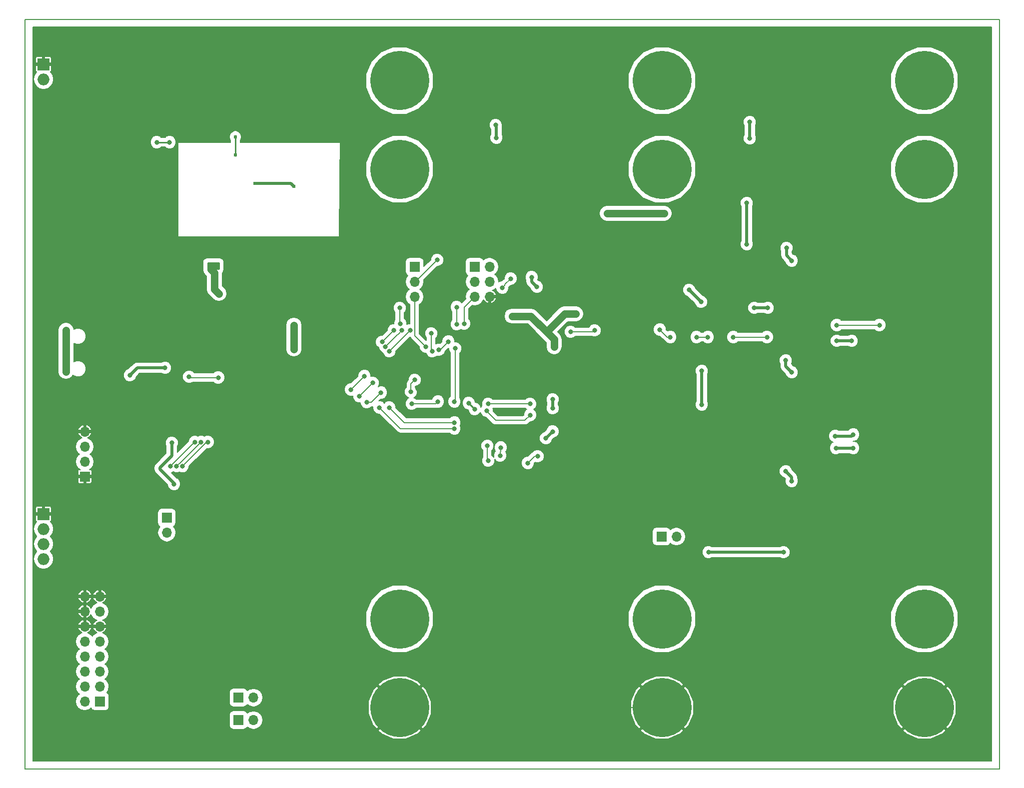
<source format=gbr>
G04 #@! TF.FileFunction,Copper,L2,Bot,Signal*
%FSLAX46Y46*%
G04 Gerber Fmt 4.6, Leading zero omitted, Abs format (unit mm)*
G04 Created by KiCad (PCBNEW 4.0.6) date 05/15/17 10:50:15*
%MOMM*%
%LPD*%
G01*
G04 APERTURE LIST*
%ADD10C,0.100000*%
%ADD11C,0.150000*%
%ADD12R,1.700000X1.700000*%
%ADD13O,1.700000X1.700000*%
%ADD14R,1.998980X1.998980*%
%ADD15O,1.998980X1.998980*%
%ADD16C,10.000000*%
%ADD17C,0.800000*%
%ADD18C,0.609600*%
%ADD19C,0.152400*%
%ADD20C,0.508000*%
%ADD21C,1.270000*%
%ADD22C,0.254000*%
G04 APERTURE END LIST*
D10*
D11*
X38100000Y-25400000D02*
X38100000Y-25400000D01*
X38100000Y-152400000D02*
X38100000Y-25400000D01*
X203200000Y-152400000D02*
X38100000Y-152400000D01*
X203200000Y-25400000D02*
X203200000Y-152400000D01*
X38100000Y-25400000D02*
X203200000Y-25400000D01*
D12*
X62135000Y-109855000D03*
D13*
X62135000Y-112395000D03*
D12*
X74294000Y-144145000D03*
D13*
X76834000Y-144145000D03*
D12*
X74294000Y-140335000D03*
D13*
X76834000Y-140335000D03*
D12*
X145955000Y-113030000D03*
D13*
X148495000Y-113030000D03*
D12*
X48260000Y-102870000D03*
D13*
X48260000Y-100330000D03*
X48260000Y-97790000D03*
X48260000Y-95250000D03*
X104140000Y-72390000D03*
X104140000Y-69850000D03*
D12*
X104140000Y-67310000D03*
D14*
X41275000Y-33020000D03*
D15*
X41275000Y-35560000D03*
X41275000Y-114300000D03*
X41275000Y-111760000D03*
D14*
X41275000Y-109220000D03*
D15*
X41275000Y-116840000D03*
D16*
X190500000Y-50800000D03*
X190500000Y-35788600D03*
X190500000Y-127000000D03*
X190500000Y-142011400D03*
X146050000Y-35788600D03*
X146050000Y-50800000D03*
X146050000Y-142011400D03*
X146050000Y-127000000D03*
X101600000Y-35788600D03*
X101600000Y-50800000D03*
X101600000Y-142011400D03*
X101600000Y-127000000D03*
D13*
X48260000Y-123190000D03*
X50800000Y-123190000D03*
X48260000Y-125730000D03*
X50800000Y-125730000D03*
X48260000Y-128270000D03*
X50800000Y-128270000D03*
X48260000Y-130810000D03*
X50800000Y-130810000D03*
X48260000Y-133350000D03*
X50800000Y-133350000D03*
X48260000Y-135890000D03*
X50800000Y-135890000D03*
X48260000Y-138430000D03*
X50800000Y-138430000D03*
X48260000Y-140970000D03*
D12*
X50800000Y-140970000D03*
D13*
X116840000Y-72390000D03*
X114300000Y-72390000D03*
X116840000Y-69850000D03*
X114300000Y-69850000D03*
X116840000Y-67310000D03*
D12*
X114300000Y-67310000D03*
D17*
X117602000Y-114935000D03*
X128905000Y-38608000D03*
X167132000Y-37338000D03*
X196977000Y-43434000D03*
X194310000Y-67818000D03*
X188722000Y-115697000D03*
X69850000Y-31560000D03*
X81280000Y-31560000D03*
X63754000Y-71247000D03*
X54229000Y-105918000D03*
X151638000Y-109982000D03*
X182372000Y-147193000D03*
X135255000Y-141986000D03*
X92456000Y-142113000D03*
X190754000Y-85344000D03*
X126746000Y-74295000D03*
X150114000Y-104140000D03*
X149733000Y-85979000D03*
X150114000Y-67564000D03*
X116078000Y-135890000D03*
X160401000Y-135890000D03*
X176022000Y-135890000D03*
X51689000Y-55880000D03*
X60071000Y-48133000D03*
X49657000Y-59055000D03*
X48641000Y-57404000D03*
X59182000Y-56896000D03*
X55880000Y-56769000D03*
X56007000Y-60071000D03*
X87884000Y-68580000D03*
X87757000Y-66040000D03*
X84709000Y-65405000D03*
X80137000Y-64643000D03*
X79375000Y-64643000D03*
X73025000Y-71374000D03*
X75565000Y-71501000D03*
X92202000Y-55499000D03*
X92202000Y-53594000D03*
X85471000Y-44196000D03*
X79883000Y-45593000D03*
X79883000Y-44196000D03*
X86995000Y-34417000D03*
X75565000Y-34544000D03*
X64135000Y-34544000D03*
X46990000Y-38100000D03*
X101600000Y-88265000D03*
X101600000Y-84709000D03*
X104648000Y-88011000D03*
X68961000Y-80899000D03*
X61341000Y-77470000D03*
X51435000Y-80010000D03*
X56642000Y-79883000D03*
X59817000Y-93726000D03*
X69596000Y-83693000D03*
X68834000Y-90678000D03*
X66548000Y-90551000D03*
X64389000Y-86995000D03*
X60833000Y-86995000D03*
X129032000Y-68453000D03*
X129032000Y-71755000D03*
X120269000Y-79756000D03*
X125603000Y-86360000D03*
X120396000Y-87630000D03*
X120269000Y-85471000D03*
X120142000Y-92202000D03*
X123952000Y-96520000D03*
X172085000Y-74168000D03*
X170434000Y-74930000D03*
X172720000Y-92837000D03*
X171069000Y-93599000D03*
X171196000Y-111760000D03*
X172720000Y-110617000D03*
X157861000Y-109728000D03*
X157734000Y-72898000D03*
X157607000Y-91186000D03*
X45085000Y-78105000D03*
X45085000Y-85090000D03*
X61849000Y-84455000D03*
X55880000Y-85725000D03*
X131445000Y-75311000D03*
X130683000Y-75311000D03*
X83693000Y-77216000D03*
X83693000Y-81280000D03*
X127508000Y-89789000D03*
X127508000Y-91313000D03*
X127508000Y-95250000D03*
X126365000Y-96393000D03*
X153924000Y-115697000D03*
X166624000Y-115697000D03*
X127762000Y-80899000D03*
X127762000Y-79629000D03*
X120650000Y-75692000D03*
X121793000Y-75692000D03*
X150622000Y-71247000D03*
X152654000Y-73279000D03*
X152781000Y-84963000D03*
X152781000Y-90678000D03*
X63373000Y-104140000D03*
X62992000Y-97155000D03*
X70993000Y-71882000D03*
X70231000Y-71120000D03*
X69596000Y-67183000D03*
X70612000Y-67183000D03*
D18*
X77089000Y-53213000D03*
X83693000Y-53721000D03*
D17*
X120396000Y-69342000D03*
X118999000Y-70866000D03*
X110871000Y-90170000D03*
X110998000Y-81153000D03*
X112522000Y-76962000D03*
X124841000Y-70739000D03*
X123952000Y-69088000D03*
X178435000Y-98044000D03*
X175514000Y-98044000D03*
X167005000Y-101981000D03*
X168021000Y-103632000D03*
X178181000Y-79883000D03*
X175641000Y-79883000D03*
X168021000Y-85217000D03*
X167005000Y-83185000D03*
X168021000Y-66294000D03*
X167132000Y-64135000D03*
X103378000Y-78105000D03*
X99822000Y-81661000D03*
X98425000Y-88646000D03*
X96012000Y-90297000D03*
X69088000Y-97028000D03*
X64808161Y-101121145D03*
X101981000Y-78105000D03*
X99181808Y-80892769D03*
X97028000Y-86995000D03*
X94742000Y-89281000D03*
X67945000Y-97028000D03*
X63770411Y-101121084D03*
X100584000Y-78105000D03*
X98625722Y-80061630D03*
X95631000Y-85852000D03*
X93345000Y-88138000D03*
X66944987Y-97028000D03*
X62770916Y-101088952D03*
X118618000Y-99314000D03*
X118727542Y-97961589D03*
X103505000Y-88519000D03*
X104140000Y-86487000D03*
X98171000Y-91186000D03*
X110871000Y-94742000D03*
X99822000Y-91186000D03*
X110871000Y-93726000D03*
X108204000Y-81407000D03*
X109855000Y-80010000D03*
X111252000Y-77089000D03*
X111252000Y-74168000D03*
X107950000Y-66167000D03*
X108077000Y-90170000D03*
X103632000Y-90551000D03*
X106045000Y-80899000D03*
X107115464Y-81640276D03*
X106934000Y-78613000D03*
X101727000Y-76962000D03*
X101600000Y-74295000D03*
X65913169Y-85977570D03*
X70866000Y-86106000D03*
X114300000Y-91440000D03*
X113284000Y-90424000D03*
X178435000Y-95758000D03*
X175387000Y-96012000D03*
X160909000Y-42799000D03*
X160909000Y-45593000D03*
X160401000Y-56515000D03*
X160401000Y-63500000D03*
X117856000Y-43307000D03*
X117983000Y-45466000D03*
X161671000Y-74295000D03*
X163957000Y-74295000D03*
X124968000Y-99441000D03*
X123317000Y-100584000D03*
X116586000Y-100203000D03*
X116459000Y-97663000D03*
X123698000Y-90551000D03*
X116586000Y-90551000D03*
X116332000Y-91694000D03*
X123698000Y-92456000D03*
X138303000Y-58293000D03*
X136779000Y-58293000D03*
X146431000Y-58293000D03*
X144653000Y-58293000D03*
X60452000Y-46228000D03*
X62611000Y-46228000D03*
D18*
X73787000Y-45339000D03*
X73787000Y-48387000D03*
D17*
X182880000Y-77216000D03*
X175641000Y-77216000D03*
X163830000Y-79248000D03*
X158115000Y-79248000D03*
X153797000Y-79248000D03*
X151892000Y-79248000D03*
X147447000Y-79248000D03*
X145669000Y-77978000D03*
X134620000Y-78105000D03*
X130556000Y-78359000D03*
D19*
X116078000Y-135890000D02*
X116078000Y-116459000D01*
X116078000Y-116459000D02*
X117602000Y-114935000D01*
X196977000Y-43434000D02*
X173228000Y-43434000D01*
X173228000Y-43434000D02*
X167132000Y-37338000D01*
X188722000Y-115697000D02*
X188722000Y-73406000D01*
X188722000Y-73406000D02*
X194310000Y-67818000D01*
X146050000Y-142011400D02*
X135280400Y-142011400D01*
X135280400Y-142011400D02*
X135255000Y-141986000D01*
D20*
X92202000Y-53594000D02*
X92202000Y-55499000D01*
X79883000Y-44196000D02*
X79883000Y-45593000D01*
D21*
X45085000Y-85090000D02*
X45085000Y-78105000D01*
D20*
X55880000Y-85725000D02*
X57150000Y-84455000D01*
X57150000Y-84455000D02*
X61849000Y-84455000D01*
D21*
X123825000Y-75692000D02*
X126492000Y-78359000D01*
X126492000Y-78359000D02*
X127762000Y-79629000D01*
X130683000Y-75311000D02*
X129540000Y-75311000D01*
X129540000Y-75311000D02*
X126492000Y-78359000D01*
X130683000Y-75311000D02*
X131445000Y-75311000D01*
X83693000Y-81280000D02*
X83693000Y-77216000D01*
D20*
X127508000Y-91313000D02*
X127508000Y-89789000D01*
X126365000Y-96393000D02*
X127508000Y-95250000D01*
X166624000Y-115697000D02*
X153924000Y-115697000D01*
D21*
X127762000Y-80899000D02*
X127762000Y-79629000D01*
X120650000Y-75692000D02*
X123825000Y-75692000D01*
X121793000Y-75692000D02*
X120650000Y-75692000D01*
D20*
X152654000Y-73279000D02*
X150622000Y-71247000D01*
X152781000Y-90678000D02*
X152781000Y-84963000D01*
X63246000Y-103886000D02*
X63373000Y-104013000D01*
X63373000Y-104013000D02*
X63373000Y-104140000D01*
X60960000Y-101600000D02*
X63246000Y-103886000D01*
X60960000Y-101346000D02*
X60960000Y-101600000D01*
X62992000Y-99314000D02*
X60960000Y-101346000D01*
X62992000Y-97155000D02*
X62992000Y-99314000D01*
D21*
X70993000Y-71882000D02*
X70231000Y-71120000D01*
X70231000Y-70485000D02*
X70231000Y-71120000D01*
X70231000Y-68383685D02*
X70231000Y-70485000D01*
X69596000Y-67183000D02*
X69596000Y-67748685D01*
X69596000Y-67748685D02*
X70231000Y-68383685D01*
D20*
X83185000Y-53213000D02*
X77089000Y-53213000D01*
X83693000Y-53721000D02*
X83185000Y-53213000D01*
D19*
X119398999Y-70339001D02*
X120396000Y-69342000D01*
X118999000Y-70866000D02*
X119398999Y-70466001D01*
X119398999Y-70466001D02*
X119398999Y-70339001D01*
X110998000Y-81153000D02*
X110998000Y-90043000D01*
X110998000Y-90043000D02*
X110871000Y-90170000D01*
X114300000Y-72390000D02*
X112522000Y-74168000D01*
X112522000Y-74168000D02*
X112522000Y-76962000D01*
D20*
X123952000Y-69088000D02*
X123952000Y-69850000D01*
X123952000Y-69850000D02*
X124841000Y-70739000D01*
X175514000Y-98044000D02*
X178435000Y-98044000D01*
X168021000Y-103632000D02*
X168021000Y-102997000D01*
X168021000Y-102997000D02*
X167005000Y-101981000D01*
X175641000Y-79883000D02*
X178181000Y-79883000D01*
X167005000Y-83185000D02*
X167005000Y-84201000D01*
X167005000Y-84201000D02*
X168021000Y-85217000D01*
X167132000Y-64135000D02*
X167132000Y-65405000D01*
X167132000Y-65405000D02*
X168021000Y-66294000D01*
D19*
X102743000Y-78740000D02*
X103378000Y-78105000D01*
X101473000Y-80010000D02*
X102743000Y-78740000D01*
X99822000Y-81661000D02*
X101473000Y-80010000D01*
X96012000Y-90297000D02*
X96774000Y-90297000D01*
X96774000Y-90297000D02*
X98425000Y-88646000D01*
X64808161Y-101121145D02*
X68901306Y-97028000D01*
X68901306Y-97028000D02*
X69088000Y-97028000D01*
X101329385Y-78745192D02*
X101340808Y-78745192D01*
X101340808Y-78745192D02*
X101981000Y-78105000D01*
X99181808Y-80892769D02*
X101329385Y-78745192D01*
X94742000Y-89281000D02*
X97028000Y-86995000D01*
X64251915Y-100721085D02*
X67945000Y-97028000D01*
X63770411Y-101121084D02*
X64170410Y-100721085D01*
X64170410Y-100721085D02*
X64251915Y-100721085D01*
X98625722Y-80061630D02*
X100582352Y-78105000D01*
X100582352Y-78105000D02*
X100584000Y-78105000D01*
X93345000Y-88138000D02*
X95631000Y-85852000D01*
X66831868Y-97028000D02*
X66944987Y-97028000D01*
X62770916Y-101088952D02*
X66831868Y-97028000D01*
X118727542Y-98527274D02*
X118727542Y-97961589D01*
X118727542Y-98627143D02*
X118727542Y-98527274D01*
X118618000Y-98736685D02*
X118727542Y-98627143D01*
X118618000Y-98736685D02*
X118618000Y-99314000D01*
X104140000Y-86487000D02*
X103505000Y-87122000D01*
X103505000Y-87122000D02*
X103505000Y-88519000D01*
X99441000Y-92456000D02*
X98171000Y-91186000D01*
X110871000Y-94742000D02*
X101727000Y-94742000D01*
X101727000Y-94742000D02*
X99441000Y-92456000D01*
X100330000Y-91694000D02*
X99822000Y-91186000D01*
X110871000Y-93726000D02*
X102362000Y-93726000D01*
X102362000Y-93726000D02*
X100330000Y-91694000D01*
X109855000Y-80010000D02*
X108458000Y-81407000D01*
X108458000Y-81407000D02*
X108204000Y-81407000D01*
X111252000Y-74168000D02*
X111252000Y-77089000D01*
X107950000Y-66167000D02*
X104267000Y-69850000D01*
X104267000Y-69850000D02*
X104140000Y-69850000D01*
X103632000Y-90551000D02*
X107696000Y-90551000D01*
X107696000Y-90551000D02*
X108077000Y-90170000D01*
X104140000Y-72390000D02*
X104140000Y-78994000D01*
X104140000Y-78994000D02*
X106045000Y-80899000D01*
X106934000Y-78613000D02*
X106934000Y-81458812D01*
X106934000Y-81458812D02*
X107115464Y-81640276D01*
X101600000Y-76835000D02*
X101727000Y-76962000D01*
X101600000Y-74295000D02*
X101600000Y-76835000D01*
X70866000Y-86106000D02*
X66041599Y-86106000D01*
X66041599Y-86106000D02*
X65913169Y-85977570D01*
D22*
X113284000Y-90424000D02*
X114300000Y-91440000D01*
D20*
X175387000Y-96012000D02*
X178181000Y-96012000D01*
X178181000Y-96012000D02*
X178435000Y-95758000D01*
X160909000Y-45593000D02*
X160909000Y-42799000D01*
X160401000Y-63500000D02*
X160401000Y-56515000D01*
X117983000Y-45466000D02*
X117983000Y-43434000D01*
X117983000Y-43434000D02*
X117856000Y-43307000D01*
X162052000Y-74295000D02*
X161671000Y-74295000D01*
X163957000Y-74295000D02*
X162052000Y-74295000D01*
D19*
X123317000Y-100584000D02*
X124460000Y-99441000D01*
X124460000Y-99441000D02*
X124968000Y-99441000D01*
X116459000Y-97663000D02*
X116459000Y-100076000D01*
X116459000Y-100076000D02*
X116586000Y-100203000D01*
X116586000Y-90551000D02*
X123698000Y-90551000D01*
X117856000Y-93345000D02*
X116332000Y-91821000D01*
X116332000Y-91821000D02*
X116332000Y-91694000D01*
X122809000Y-93345000D02*
X117856000Y-93345000D01*
X123698000Y-92456000D02*
X122809000Y-93345000D01*
D21*
X144653000Y-58293000D02*
X140970000Y-58293000D01*
X140970000Y-58293000D02*
X136779000Y-58293000D01*
X136779000Y-58293000D02*
X138303000Y-58293000D01*
X144653000Y-58293000D02*
X146431000Y-58293000D01*
D22*
X62611000Y-46228000D02*
X60452000Y-46228000D01*
X73787000Y-45085000D02*
X73787000Y-48514000D01*
D19*
X175641000Y-77216000D02*
X182880000Y-77216000D01*
X158115000Y-79248000D02*
X163830000Y-79248000D01*
X151892000Y-79248000D02*
X153797000Y-79248000D01*
X145669000Y-77978000D02*
X146939000Y-79248000D01*
X146939000Y-79248000D02*
X147447000Y-79248000D01*
X130556000Y-78359000D02*
X134366000Y-78359000D01*
X134366000Y-78359000D02*
X134620000Y-78105000D01*
D22*
G36*
X70993000Y-67691000D02*
X69088000Y-67691000D01*
X69088000Y-66675000D01*
X70993000Y-66675000D01*
X70993000Y-67691000D01*
X70993000Y-67691000D01*
G37*
X70993000Y-67691000D02*
X69088000Y-67691000D01*
X69088000Y-66675000D01*
X70993000Y-66675000D01*
X70993000Y-67691000D01*
D19*
G36*
X201853800Y-151053800D02*
X39446200Y-151053800D01*
X39446200Y-145919523D01*
X97943324Y-145919523D01*
X98551161Y-146510259D01*
X100504879Y-147334544D01*
X102625319Y-147348428D01*
X104589664Y-146549799D01*
X104648839Y-146510259D01*
X105256676Y-145919523D01*
X142393324Y-145919523D01*
X143001161Y-146510259D01*
X144954879Y-147334544D01*
X147075319Y-147348428D01*
X149039664Y-146549799D01*
X149098839Y-146510259D01*
X149706676Y-145919523D01*
X186843324Y-145919523D01*
X187451161Y-146510259D01*
X189404879Y-147334544D01*
X191525319Y-147348428D01*
X193489664Y-146549799D01*
X193548839Y-146510259D01*
X194156676Y-145919523D01*
X190500000Y-142262847D01*
X186843324Y-145919523D01*
X149706676Y-145919523D01*
X146050000Y-142262847D01*
X142393324Y-145919523D01*
X105256676Y-145919523D01*
X101600000Y-142262847D01*
X97943324Y-145919523D01*
X39446200Y-145919523D01*
X39446200Y-143295000D01*
X72718867Y-143295000D01*
X72718867Y-144995000D01*
X72768458Y-145258555D01*
X72924219Y-145500614D01*
X73161883Y-145663003D01*
X73444000Y-145720133D01*
X75144000Y-145720133D01*
X75407555Y-145670542D01*
X75649614Y-145514781D01*
X75789953Y-145309388D01*
X76205969Y-145587361D01*
X76803414Y-145706200D01*
X76864586Y-145706200D01*
X77462031Y-145587361D01*
X77968521Y-145248935D01*
X78306947Y-144742445D01*
X78425786Y-144145000D01*
X78306947Y-143547555D01*
X77968521Y-143041065D01*
X77962017Y-143036719D01*
X96262972Y-143036719D01*
X97061601Y-145001064D01*
X97101141Y-145060239D01*
X97691877Y-145668076D01*
X101348553Y-142011400D01*
X101851447Y-142011400D01*
X105508123Y-145668076D01*
X106098859Y-145060239D01*
X106923144Y-143106521D01*
X106923601Y-143036719D01*
X140712972Y-143036719D01*
X141511601Y-145001064D01*
X141551141Y-145060239D01*
X142141877Y-145668076D01*
X145798553Y-142011400D01*
X146301447Y-142011400D01*
X149958123Y-145668076D01*
X150548859Y-145060239D01*
X151373144Y-143106521D01*
X151373601Y-143036719D01*
X185162972Y-143036719D01*
X185961601Y-145001064D01*
X186001141Y-145060239D01*
X186591877Y-145668076D01*
X190248553Y-142011400D01*
X190751447Y-142011400D01*
X194408123Y-145668076D01*
X194998859Y-145060239D01*
X195823144Y-143106521D01*
X195837028Y-140986081D01*
X195038399Y-139021736D01*
X194998859Y-138962561D01*
X194408123Y-138354724D01*
X190751447Y-142011400D01*
X190248553Y-142011400D01*
X186591877Y-138354724D01*
X186001141Y-138962561D01*
X185176856Y-140916279D01*
X185162972Y-143036719D01*
X151373601Y-143036719D01*
X151387028Y-140986081D01*
X150588399Y-139021736D01*
X150548859Y-138962561D01*
X149958123Y-138354724D01*
X146301447Y-142011400D01*
X145798553Y-142011400D01*
X142141877Y-138354724D01*
X141551141Y-138962561D01*
X140726856Y-140916279D01*
X140712972Y-143036719D01*
X106923601Y-143036719D01*
X106937028Y-140986081D01*
X106138399Y-139021736D01*
X106098859Y-138962561D01*
X105508123Y-138354724D01*
X101851447Y-142011400D01*
X101348553Y-142011400D01*
X97691877Y-138354724D01*
X97101141Y-138962561D01*
X96276856Y-140916279D01*
X96262972Y-143036719D01*
X77962017Y-143036719D01*
X77462031Y-142702639D01*
X76864586Y-142583800D01*
X76803414Y-142583800D01*
X76205969Y-142702639D01*
X75787770Y-142982071D01*
X75663781Y-142789386D01*
X75426117Y-142626997D01*
X75144000Y-142569867D01*
X73444000Y-142569867D01*
X73180445Y-142619458D01*
X72938386Y-142775219D01*
X72775997Y-143012883D01*
X72718867Y-143295000D01*
X39446200Y-143295000D01*
X39446200Y-130810000D01*
X46668214Y-130810000D01*
X46787053Y-131407445D01*
X47125479Y-131913935D01*
X47374013Y-132080000D01*
X47125479Y-132246065D01*
X46787053Y-132752555D01*
X46668214Y-133350000D01*
X46787053Y-133947445D01*
X47125479Y-134453935D01*
X47374013Y-134620000D01*
X47125479Y-134786065D01*
X46787053Y-135292555D01*
X46668214Y-135890000D01*
X46787053Y-136487445D01*
X47125479Y-136993935D01*
X47374013Y-137160000D01*
X47125479Y-137326065D01*
X46787053Y-137832555D01*
X46668214Y-138430000D01*
X46787053Y-139027445D01*
X47125479Y-139533935D01*
X47374013Y-139700000D01*
X47125479Y-139866065D01*
X46787053Y-140372555D01*
X46668214Y-140970000D01*
X46787053Y-141567445D01*
X47125479Y-142073935D01*
X47631969Y-142412361D01*
X48229414Y-142531200D01*
X48290586Y-142531200D01*
X48888031Y-142412361D01*
X49306230Y-142132929D01*
X49430219Y-142325614D01*
X49667883Y-142488003D01*
X49950000Y-142545133D01*
X51650000Y-142545133D01*
X51913555Y-142495542D01*
X52155614Y-142339781D01*
X52318003Y-142102117D01*
X52375133Y-141820000D01*
X52375133Y-140120000D01*
X52325542Y-139856445D01*
X52169781Y-139614386D01*
X51980419Y-139485000D01*
X72718867Y-139485000D01*
X72718867Y-141185000D01*
X72768458Y-141448555D01*
X72924219Y-141690614D01*
X73161883Y-141853003D01*
X73444000Y-141910133D01*
X75144000Y-141910133D01*
X75407555Y-141860542D01*
X75649614Y-141704781D01*
X75789953Y-141499388D01*
X76205969Y-141777361D01*
X76803414Y-141896200D01*
X76864586Y-141896200D01*
X77462031Y-141777361D01*
X77968521Y-141438935D01*
X78306947Y-140932445D01*
X78425786Y-140335000D01*
X78306947Y-139737555D01*
X77968521Y-139231065D01*
X77462031Y-138892639D01*
X76864586Y-138773800D01*
X76803414Y-138773800D01*
X76205969Y-138892639D01*
X75787770Y-139172071D01*
X75663781Y-138979386D01*
X75426117Y-138816997D01*
X75144000Y-138759867D01*
X73444000Y-138759867D01*
X73180445Y-138809458D01*
X72938386Y-138965219D01*
X72775997Y-139202883D01*
X72718867Y-139485000D01*
X51980419Y-139485000D01*
X51971356Y-139478808D01*
X52272947Y-139027445D01*
X52391786Y-138430000D01*
X52326797Y-138103277D01*
X97943324Y-138103277D01*
X101600000Y-141759953D01*
X105256676Y-138103277D01*
X142393324Y-138103277D01*
X146050000Y-141759953D01*
X149706676Y-138103277D01*
X186843324Y-138103277D01*
X190500000Y-141759953D01*
X194156676Y-138103277D01*
X193548839Y-137512541D01*
X191595121Y-136688256D01*
X189474681Y-136674372D01*
X187510336Y-137473001D01*
X187451161Y-137512541D01*
X186843324Y-138103277D01*
X149706676Y-138103277D01*
X149098839Y-137512541D01*
X147145121Y-136688256D01*
X145024681Y-136674372D01*
X143060336Y-137473001D01*
X143001161Y-137512541D01*
X142393324Y-138103277D01*
X105256676Y-138103277D01*
X104648839Y-137512541D01*
X102695121Y-136688256D01*
X100574681Y-136674372D01*
X98610336Y-137473001D01*
X98551161Y-137512541D01*
X97943324Y-138103277D01*
X52326797Y-138103277D01*
X52272947Y-137832555D01*
X51934521Y-137326065D01*
X51685987Y-137160000D01*
X51934521Y-136993935D01*
X52272947Y-136487445D01*
X52391786Y-135890000D01*
X52272947Y-135292555D01*
X51934521Y-134786065D01*
X51685987Y-134620000D01*
X51934521Y-134453935D01*
X52272947Y-133947445D01*
X52391786Y-133350000D01*
X52272947Y-132752555D01*
X51934521Y-132246065D01*
X51685987Y-132080000D01*
X51934521Y-131913935D01*
X52272947Y-131407445D01*
X52391786Y-130810000D01*
X52272947Y-130212555D01*
X51934521Y-129706065D01*
X51428031Y-129367639D01*
X51265435Y-129335297D01*
X51561223Y-129171915D01*
X51848426Y-128811953D01*
X51924552Y-128628128D01*
X51883154Y-128447800D01*
X50977800Y-128447800D01*
X50977800Y-128467800D01*
X50622200Y-128467800D01*
X50622200Y-128447800D01*
X49716846Y-128447800D01*
X49675448Y-128628128D01*
X49751574Y-128811953D01*
X50038777Y-129171915D01*
X50334565Y-129335297D01*
X50171969Y-129367639D01*
X49665479Y-129706065D01*
X49530000Y-129908824D01*
X49394521Y-129706065D01*
X48888031Y-129367639D01*
X48725435Y-129335297D01*
X49021223Y-129171915D01*
X49308426Y-128811953D01*
X49384552Y-128628128D01*
X49343154Y-128447800D01*
X48437800Y-128447800D01*
X48437800Y-128467800D01*
X48082200Y-128467800D01*
X48082200Y-128447800D01*
X47176846Y-128447800D01*
X47135448Y-128628128D01*
X47211574Y-128811953D01*
X47498777Y-129171915D01*
X47794565Y-129335297D01*
X47631969Y-129367639D01*
X47125479Y-129706065D01*
X46787053Y-130212555D01*
X46668214Y-130810000D01*
X39446200Y-130810000D01*
X39446200Y-128131044D01*
X95887811Y-128131044D01*
X96755457Y-130230908D01*
X98360641Y-131838897D01*
X100458988Y-132710206D01*
X102731044Y-132712189D01*
X104830908Y-131844543D01*
X106438897Y-130239359D01*
X107310206Y-128141012D01*
X107310214Y-128131044D01*
X140337811Y-128131044D01*
X141205457Y-130230908D01*
X142810641Y-131838897D01*
X144908988Y-132710206D01*
X147181044Y-132712189D01*
X149280908Y-131844543D01*
X150888897Y-130239359D01*
X151760206Y-128141012D01*
X151760214Y-128131044D01*
X184787811Y-128131044D01*
X185655457Y-130230908D01*
X187260641Y-131838897D01*
X189358988Y-132710206D01*
X191631044Y-132712189D01*
X193730908Y-131844543D01*
X195338897Y-130239359D01*
X196210206Y-128141012D01*
X196212189Y-125868956D01*
X195344543Y-123769092D01*
X193739359Y-122161103D01*
X191641012Y-121289794D01*
X189368956Y-121287811D01*
X187269092Y-122155457D01*
X185661103Y-123760641D01*
X184789794Y-125858988D01*
X184787811Y-128131044D01*
X151760214Y-128131044D01*
X151762189Y-125868956D01*
X150894543Y-123769092D01*
X149289359Y-122161103D01*
X147191012Y-121289794D01*
X144918956Y-121287811D01*
X142819092Y-122155457D01*
X141211103Y-123760641D01*
X140339794Y-125858988D01*
X140337811Y-128131044D01*
X107310214Y-128131044D01*
X107312189Y-125868956D01*
X106444543Y-123769092D01*
X104839359Y-122161103D01*
X102741012Y-121289794D01*
X100468956Y-121287811D01*
X98369092Y-122155457D01*
X96761103Y-123760641D01*
X95889794Y-125858988D01*
X95887811Y-128131044D01*
X39446200Y-128131044D01*
X39446200Y-127911872D01*
X47135448Y-127911872D01*
X47176846Y-128092200D01*
X48082200Y-128092200D01*
X48082200Y-127185803D01*
X48437800Y-127185803D01*
X48437800Y-128092200D01*
X49343154Y-128092200D01*
X49384552Y-127911872D01*
X49308426Y-127728047D01*
X49021223Y-127368085D01*
X48618130Y-127145432D01*
X48437800Y-127185803D01*
X48082200Y-127185803D01*
X47901870Y-127145432D01*
X47498777Y-127368085D01*
X47211574Y-127728047D01*
X47135448Y-127911872D01*
X39446200Y-127911872D01*
X39446200Y-126088128D01*
X47135448Y-126088128D01*
X47211574Y-126271953D01*
X47498777Y-126631915D01*
X47901870Y-126854568D01*
X48082200Y-126814197D01*
X48082200Y-125907800D01*
X47176846Y-125907800D01*
X47135448Y-126088128D01*
X39446200Y-126088128D01*
X39446200Y-125371872D01*
X47135448Y-125371872D01*
X47176846Y-125552200D01*
X48082200Y-125552200D01*
X48082200Y-124645803D01*
X48437800Y-124645803D01*
X48437800Y-125552200D01*
X48457800Y-125552200D01*
X48457800Y-125907800D01*
X48437800Y-125907800D01*
X48437800Y-126814197D01*
X48618130Y-126854568D01*
X49021223Y-126631915D01*
X49308426Y-126271953D01*
X49313553Y-126259574D01*
X49327053Y-126327445D01*
X49665479Y-126833935D01*
X50171969Y-127172361D01*
X50334565Y-127204703D01*
X50038777Y-127368085D01*
X49751574Y-127728047D01*
X49675448Y-127911872D01*
X49716846Y-128092200D01*
X50622200Y-128092200D01*
X50622200Y-128072200D01*
X50977800Y-128072200D01*
X50977800Y-128092200D01*
X51883154Y-128092200D01*
X51924552Y-127911872D01*
X51848426Y-127728047D01*
X51561223Y-127368085D01*
X51265435Y-127204703D01*
X51428031Y-127172361D01*
X51934521Y-126833935D01*
X52272947Y-126327445D01*
X52391786Y-125730000D01*
X52272947Y-125132555D01*
X51934521Y-124626065D01*
X51428031Y-124287639D01*
X51265435Y-124255297D01*
X51561223Y-124091915D01*
X51848426Y-123731953D01*
X51924552Y-123548128D01*
X51883154Y-123367800D01*
X50977800Y-123367800D01*
X50977800Y-123387800D01*
X50622200Y-123387800D01*
X50622200Y-123367800D01*
X49716846Y-123367800D01*
X49675448Y-123548128D01*
X49751574Y-123731953D01*
X50038777Y-124091915D01*
X50334565Y-124255297D01*
X50171969Y-124287639D01*
X49665479Y-124626065D01*
X49327053Y-125132555D01*
X49313553Y-125200426D01*
X49308426Y-125188047D01*
X49021223Y-124828085D01*
X48618130Y-124605432D01*
X48437800Y-124645803D01*
X48082200Y-124645803D01*
X47901870Y-124605432D01*
X47498777Y-124828085D01*
X47211574Y-125188047D01*
X47135448Y-125371872D01*
X39446200Y-125371872D01*
X39446200Y-123548128D01*
X47135448Y-123548128D01*
X47211574Y-123731953D01*
X47498777Y-124091915D01*
X47901870Y-124314568D01*
X48082200Y-124274197D01*
X48082200Y-123367800D01*
X48437800Y-123367800D01*
X48437800Y-124274197D01*
X48618130Y-124314568D01*
X49021223Y-124091915D01*
X49308426Y-123731953D01*
X49384552Y-123548128D01*
X49343154Y-123367800D01*
X48437800Y-123367800D01*
X48082200Y-123367800D01*
X47176846Y-123367800D01*
X47135448Y-123548128D01*
X39446200Y-123548128D01*
X39446200Y-122831872D01*
X47135448Y-122831872D01*
X47176846Y-123012200D01*
X48082200Y-123012200D01*
X48082200Y-122105803D01*
X48437800Y-122105803D01*
X48437800Y-123012200D01*
X49343154Y-123012200D01*
X49384552Y-122831872D01*
X49675448Y-122831872D01*
X49716846Y-123012200D01*
X50622200Y-123012200D01*
X50622200Y-122105803D01*
X50977800Y-122105803D01*
X50977800Y-123012200D01*
X51883154Y-123012200D01*
X51924552Y-122831872D01*
X51848426Y-122648047D01*
X51561223Y-122288085D01*
X51158130Y-122065432D01*
X50977800Y-122105803D01*
X50622200Y-122105803D01*
X50441870Y-122065432D01*
X50038777Y-122288085D01*
X49751574Y-122648047D01*
X49675448Y-122831872D01*
X49384552Y-122831872D01*
X49308426Y-122648047D01*
X49021223Y-122288085D01*
X48618130Y-122065432D01*
X48437800Y-122105803D01*
X48082200Y-122105803D01*
X47901870Y-122065432D01*
X47498777Y-122288085D01*
X47211574Y-122648047D01*
X47135448Y-122831872D01*
X39446200Y-122831872D01*
X39446200Y-111726486D01*
X39564310Y-111726486D01*
X39564310Y-111793514D01*
X39694529Y-112448167D01*
X40065360Y-113003154D01*
X40105538Y-113030000D01*
X40065360Y-113056846D01*
X39694529Y-113611833D01*
X39564310Y-114266486D01*
X39564310Y-114333514D01*
X39694529Y-114988167D01*
X40065360Y-115543154D01*
X40105538Y-115570000D01*
X40065360Y-115596846D01*
X39694529Y-116151833D01*
X39564310Y-116806486D01*
X39564310Y-116873514D01*
X39694529Y-117528167D01*
X40065360Y-118083154D01*
X40620347Y-118453985D01*
X41275000Y-118584204D01*
X41929653Y-118453985D01*
X42484640Y-118083154D01*
X42855471Y-117528167D01*
X42985690Y-116873514D01*
X42985690Y-116806486D01*
X42855471Y-116151833D01*
X42698602Y-115917062D01*
X152812607Y-115917062D01*
X152981421Y-116325622D01*
X153293734Y-116638480D01*
X153701999Y-116808007D01*
X154144062Y-116808393D01*
X154497875Y-116662200D01*
X166050858Y-116662200D01*
X166401999Y-116808007D01*
X166844062Y-116808393D01*
X167252622Y-116639579D01*
X167565480Y-116327266D01*
X167735007Y-115919001D01*
X167735393Y-115476938D01*
X167566579Y-115068378D01*
X167254266Y-114755520D01*
X166846001Y-114585993D01*
X166403938Y-114585607D01*
X166050125Y-114731800D01*
X154497142Y-114731800D01*
X154146001Y-114585993D01*
X153703938Y-114585607D01*
X153295378Y-114754421D01*
X152982520Y-115066734D01*
X152812993Y-115474999D01*
X152812607Y-115917062D01*
X42698602Y-115917062D01*
X42484640Y-115596846D01*
X42444462Y-115570000D01*
X42484640Y-115543154D01*
X42855471Y-114988167D01*
X42985690Y-114333514D01*
X42985690Y-114266486D01*
X42855471Y-113611833D01*
X42484640Y-113056846D01*
X42444462Y-113030000D01*
X42484640Y-113003154D01*
X42855471Y-112448167D01*
X42985690Y-111793514D01*
X42985690Y-111726486D01*
X42855471Y-111071833D01*
X42484640Y-110516846D01*
X42459698Y-110500180D01*
X42461533Y-110499420D01*
X42554420Y-110406533D01*
X42604690Y-110285171D01*
X42604690Y-109480350D01*
X42522140Y-109397800D01*
X41452800Y-109397800D01*
X41452800Y-109417800D01*
X41097200Y-109417800D01*
X41097200Y-109397800D01*
X40027860Y-109397800D01*
X39945310Y-109480350D01*
X39945310Y-110285171D01*
X39995580Y-110406533D01*
X40088467Y-110499420D01*
X40090302Y-110500180D01*
X40065360Y-110516846D01*
X39694529Y-111071833D01*
X39564310Y-111726486D01*
X39446200Y-111726486D01*
X39446200Y-108154829D01*
X39945310Y-108154829D01*
X39945310Y-108959650D01*
X40027860Y-109042200D01*
X41097200Y-109042200D01*
X41097200Y-107972860D01*
X41452800Y-107972860D01*
X41452800Y-109042200D01*
X42522140Y-109042200D01*
X42559340Y-109005000D01*
X60559867Y-109005000D01*
X60559867Y-110705000D01*
X60609458Y-110968555D01*
X60765219Y-111210614D01*
X60970612Y-111350953D01*
X60692639Y-111766969D01*
X60573800Y-112364414D01*
X60573800Y-112425586D01*
X60692639Y-113023031D01*
X61031065Y-113529521D01*
X61537555Y-113867947D01*
X62135000Y-113986786D01*
X62732445Y-113867947D01*
X63238935Y-113529521D01*
X63577361Y-113023031D01*
X63696200Y-112425586D01*
X63696200Y-112364414D01*
X63659518Y-112180000D01*
X144379867Y-112180000D01*
X144379867Y-113880000D01*
X144429458Y-114143555D01*
X144585219Y-114385614D01*
X144822883Y-114548003D01*
X145105000Y-114605133D01*
X146805000Y-114605133D01*
X147068555Y-114555542D01*
X147310614Y-114399781D01*
X147450953Y-114194388D01*
X147866969Y-114472361D01*
X148464414Y-114591200D01*
X148525586Y-114591200D01*
X149123031Y-114472361D01*
X149629521Y-114133935D01*
X149967947Y-113627445D01*
X150086786Y-113030000D01*
X149967947Y-112432555D01*
X149629521Y-111926065D01*
X149123031Y-111587639D01*
X148525586Y-111468800D01*
X148464414Y-111468800D01*
X147866969Y-111587639D01*
X147448770Y-111867071D01*
X147324781Y-111674386D01*
X147087117Y-111511997D01*
X146805000Y-111454867D01*
X145105000Y-111454867D01*
X144841445Y-111504458D01*
X144599386Y-111660219D01*
X144436997Y-111897883D01*
X144379867Y-112180000D01*
X63659518Y-112180000D01*
X63577361Y-111766969D01*
X63297929Y-111348770D01*
X63490614Y-111224781D01*
X63653003Y-110987117D01*
X63710133Y-110705000D01*
X63710133Y-109005000D01*
X63660542Y-108741445D01*
X63504781Y-108499386D01*
X63267117Y-108336997D01*
X62985000Y-108279867D01*
X61285000Y-108279867D01*
X61021445Y-108329458D01*
X60779386Y-108485219D01*
X60616997Y-108722883D01*
X60559867Y-109005000D01*
X42559340Y-109005000D01*
X42604690Y-108959650D01*
X42604690Y-108154829D01*
X42554420Y-108033467D01*
X42461533Y-107940580D01*
X42340171Y-107890310D01*
X41535350Y-107890310D01*
X41452800Y-107972860D01*
X41097200Y-107972860D01*
X41014650Y-107890310D01*
X40209829Y-107890310D01*
X40088467Y-107940580D01*
X39995580Y-108033467D01*
X39945310Y-108154829D01*
X39446200Y-108154829D01*
X39446200Y-103130350D01*
X47079800Y-103130350D01*
X47079800Y-103785681D01*
X47130070Y-103907043D01*
X47222957Y-103999930D01*
X47344319Y-104050200D01*
X47999650Y-104050200D01*
X48082200Y-103967650D01*
X48082200Y-103047800D01*
X48437800Y-103047800D01*
X48437800Y-103967650D01*
X48520350Y-104050200D01*
X49175681Y-104050200D01*
X49297043Y-103999930D01*
X49389930Y-103907043D01*
X49440200Y-103785681D01*
X49440200Y-103130350D01*
X49357650Y-103047800D01*
X48437800Y-103047800D01*
X48082200Y-103047800D01*
X47162350Y-103047800D01*
X47079800Y-103130350D01*
X39446200Y-103130350D01*
X39446200Y-97790000D01*
X46668214Y-97790000D01*
X46787053Y-98387445D01*
X47125479Y-98893935D01*
X47374013Y-99060000D01*
X47125479Y-99226065D01*
X46787053Y-99732555D01*
X46668214Y-100330000D01*
X46787053Y-100927445D01*
X47125479Y-101433935D01*
X47508408Y-101689800D01*
X47344319Y-101689800D01*
X47222957Y-101740070D01*
X47130070Y-101832957D01*
X47079800Y-101954319D01*
X47079800Y-102609650D01*
X47162350Y-102692200D01*
X48082200Y-102692200D01*
X48082200Y-102672200D01*
X48437800Y-102672200D01*
X48437800Y-102692200D01*
X49357650Y-102692200D01*
X49440200Y-102609650D01*
X49440200Y-101954319D01*
X49389930Y-101832957D01*
X49297043Y-101740070D01*
X49175681Y-101689800D01*
X49011592Y-101689800D01*
X49394521Y-101433935D01*
X49453277Y-101346000D01*
X59994800Y-101346000D01*
X59994800Y-101600000D01*
X60052723Y-101891200D01*
X60068271Y-101969366D01*
X60277501Y-102282499D01*
X62261689Y-104266687D01*
X62261607Y-104360062D01*
X62430421Y-104768622D01*
X62742734Y-105081480D01*
X63150999Y-105251007D01*
X63593062Y-105251393D01*
X64001622Y-105082579D01*
X64314480Y-104770266D01*
X64484007Y-104362001D01*
X64484393Y-103919938D01*
X64315579Y-103511378D01*
X64003266Y-103198520D01*
X63866891Y-103141892D01*
X62925286Y-102200288D01*
X62990978Y-102200345D01*
X63232061Y-102100731D01*
X63548410Y-102232091D01*
X63990473Y-102232477D01*
X64289444Y-102108944D01*
X64586160Y-102232152D01*
X65028223Y-102232538D01*
X65104400Y-102201062D01*
X165893607Y-102201062D01*
X166062421Y-102609622D01*
X166374734Y-102922480D01*
X166728293Y-103069291D01*
X166956647Y-103297645D01*
X166909993Y-103409999D01*
X166909607Y-103852062D01*
X167078421Y-104260622D01*
X167390734Y-104573480D01*
X167798999Y-104743007D01*
X168241062Y-104743393D01*
X168649622Y-104574579D01*
X168962480Y-104262266D01*
X169132007Y-103854001D01*
X169132393Y-103411938D01*
X168986200Y-103058125D01*
X168986200Y-102997000D01*
X168912729Y-102627634D01*
X168703499Y-102314501D01*
X168092774Y-101703776D01*
X167947579Y-101352378D01*
X167635266Y-101039520D01*
X167227001Y-100869993D01*
X166784938Y-100869607D01*
X166376378Y-101038421D01*
X166063520Y-101350734D01*
X165893993Y-101758999D01*
X165893607Y-102201062D01*
X65104400Y-102201062D01*
X65436783Y-102063724D01*
X65749641Y-101751411D01*
X65919168Y-101343146D01*
X65919360Y-101123498D01*
X68903818Y-98139040D01*
X69308062Y-98139393D01*
X69716622Y-97970579D01*
X69804291Y-97883062D01*
X115347607Y-97883062D01*
X115516421Y-98291622D01*
X115671600Y-98447072D01*
X115671600Y-99545701D01*
X115644520Y-99572734D01*
X115474993Y-99980999D01*
X115474607Y-100423062D01*
X115643421Y-100831622D01*
X115955734Y-101144480D01*
X116363999Y-101314007D01*
X116806062Y-101314393D01*
X117214622Y-101145579D01*
X117527480Y-100833266D01*
X117539606Y-100804062D01*
X122205607Y-100804062D01*
X122374421Y-101212622D01*
X122686734Y-101525480D01*
X123094999Y-101695007D01*
X123537062Y-101695393D01*
X123945622Y-101526579D01*
X124258480Y-101214266D01*
X124428007Y-100806001D01*
X124428199Y-100586353D01*
X124545712Y-100468840D01*
X124745999Y-100552007D01*
X125188062Y-100552393D01*
X125596622Y-100383579D01*
X125909480Y-100071266D01*
X126079007Y-99663001D01*
X126079393Y-99220938D01*
X125910579Y-98812378D01*
X125598266Y-98499520D01*
X125190001Y-98329993D01*
X124747938Y-98329607D01*
X124339378Y-98498421D01*
X124053464Y-98783836D01*
X123903224Y-98884224D01*
X123314651Y-99472797D01*
X123096938Y-99472607D01*
X122688378Y-99641421D01*
X122375520Y-99953734D01*
X122205993Y-100361999D01*
X122205607Y-100804062D01*
X117539606Y-100804062D01*
X117697007Y-100425001D01*
X117697393Y-99982938D01*
X117684487Y-99951704D01*
X117987734Y-100255480D01*
X118395999Y-100425007D01*
X118838062Y-100425393D01*
X119246622Y-100256579D01*
X119559480Y-99944266D01*
X119729007Y-99536001D01*
X119729393Y-99093938D01*
X119564888Y-98695807D01*
X119669022Y-98591855D01*
X119838549Y-98183590D01*
X119838935Y-97741527D01*
X119670121Y-97332967D01*
X119357808Y-97020109D01*
X118949543Y-96850582D01*
X118507480Y-96850196D01*
X118098920Y-97019010D01*
X117786062Y-97331323D01*
X117616535Y-97739588D01*
X117616149Y-98181651D01*
X117780654Y-98579782D01*
X117676520Y-98683734D01*
X117506993Y-99091999D01*
X117506607Y-99534062D01*
X117519513Y-99565296D01*
X117246400Y-99291707D01*
X117246400Y-98447078D01*
X117400480Y-98293266D01*
X117570007Y-97885001D01*
X117570393Y-97442938D01*
X117401579Y-97034378D01*
X117089266Y-96721520D01*
X116828071Y-96613062D01*
X125253607Y-96613062D01*
X125422421Y-97021622D01*
X125734734Y-97334480D01*
X126142999Y-97504007D01*
X126585062Y-97504393D01*
X126993622Y-97335579D01*
X127306480Y-97023266D01*
X127453291Y-96669708D01*
X127785225Y-96337774D01*
X128041066Y-96232062D01*
X174275607Y-96232062D01*
X174444421Y-96640622D01*
X174756734Y-96953480D01*
X174999477Y-97054276D01*
X174885378Y-97101421D01*
X174572520Y-97413734D01*
X174402993Y-97821999D01*
X174402607Y-98264062D01*
X174571421Y-98672622D01*
X174883734Y-98985480D01*
X175291999Y-99155007D01*
X175734062Y-99155393D01*
X176087875Y-99009200D01*
X177861858Y-99009200D01*
X178212999Y-99155007D01*
X178655062Y-99155393D01*
X179063622Y-98986579D01*
X179376480Y-98674266D01*
X179546007Y-98266001D01*
X179546393Y-97823938D01*
X179377579Y-97415378D01*
X179065266Y-97102520D01*
X178657001Y-96932993D01*
X178404354Y-96932772D01*
X178550366Y-96903729D01*
X178601823Y-96869347D01*
X178655062Y-96869393D01*
X179063622Y-96700579D01*
X179376480Y-96388266D01*
X179546007Y-95980001D01*
X179546393Y-95537938D01*
X179377579Y-95129378D01*
X179065266Y-94816520D01*
X178657001Y-94646993D01*
X178214938Y-94646607D01*
X177806378Y-94815421D01*
X177574595Y-95046800D01*
X175960142Y-95046800D01*
X175609001Y-94900993D01*
X175166938Y-94900607D01*
X174758378Y-95069421D01*
X174445520Y-95381734D01*
X174275993Y-95789999D01*
X174275607Y-96232062D01*
X128041066Y-96232062D01*
X128136622Y-96192579D01*
X128449480Y-95880266D01*
X128619007Y-95472001D01*
X128619393Y-95029938D01*
X128450579Y-94621378D01*
X128138266Y-94308520D01*
X127730001Y-94138993D01*
X127287938Y-94138607D01*
X126879378Y-94307421D01*
X126566520Y-94619734D01*
X126419709Y-94973292D01*
X126087776Y-95305226D01*
X125736378Y-95450421D01*
X125423520Y-95762734D01*
X125253993Y-96170999D01*
X125253607Y-96613062D01*
X116828071Y-96613062D01*
X116681001Y-96551993D01*
X116238938Y-96551607D01*
X115830378Y-96720421D01*
X115517520Y-97032734D01*
X115347993Y-97440999D01*
X115347607Y-97883062D01*
X69804291Y-97883062D01*
X70029480Y-97658266D01*
X70199007Y-97250001D01*
X70199393Y-96807938D01*
X70030579Y-96399378D01*
X69718266Y-96086520D01*
X69310001Y-95916993D01*
X68867938Y-95916607D01*
X68516138Y-96061968D01*
X68167001Y-95916993D01*
X67724938Y-95916607D01*
X67444808Y-96032354D01*
X67166988Y-95916993D01*
X66724925Y-95916607D01*
X66316365Y-96085421D01*
X66003507Y-96397734D01*
X65833980Y-96805999D01*
X65833887Y-96912429D01*
X63957200Y-98789116D01*
X63957200Y-97728142D01*
X64103007Y-97377001D01*
X64103393Y-96934938D01*
X63934579Y-96526378D01*
X63622266Y-96213520D01*
X63214001Y-96043993D01*
X62771938Y-96043607D01*
X62363378Y-96212421D01*
X62050520Y-96524734D01*
X61880993Y-96932999D01*
X61880607Y-97375062D01*
X62026800Y-97728875D01*
X62026800Y-98914202D01*
X60277501Y-100663501D01*
X60068271Y-100976634D01*
X59994800Y-101346000D01*
X49453277Y-101346000D01*
X49732947Y-100927445D01*
X49851786Y-100330000D01*
X49732947Y-99732555D01*
X49394521Y-99226065D01*
X49145987Y-99060000D01*
X49394521Y-98893935D01*
X49732947Y-98387445D01*
X49851786Y-97790000D01*
X49732947Y-97192555D01*
X49394521Y-96686065D01*
X48888031Y-96347639D01*
X48725435Y-96315297D01*
X49021223Y-96151915D01*
X49308426Y-95791953D01*
X49384552Y-95608128D01*
X49343154Y-95427800D01*
X48437800Y-95427800D01*
X48437800Y-95447800D01*
X48082200Y-95447800D01*
X48082200Y-95427800D01*
X47176846Y-95427800D01*
X47135448Y-95608128D01*
X47211574Y-95791953D01*
X47498777Y-96151915D01*
X47794565Y-96315297D01*
X47631969Y-96347639D01*
X47125479Y-96686065D01*
X46787053Y-97192555D01*
X46668214Y-97790000D01*
X39446200Y-97790000D01*
X39446200Y-94891872D01*
X47135448Y-94891872D01*
X47176846Y-95072200D01*
X48082200Y-95072200D01*
X48082200Y-94165803D01*
X48437800Y-94165803D01*
X48437800Y-95072200D01*
X49343154Y-95072200D01*
X49384552Y-94891872D01*
X49308426Y-94708047D01*
X49021223Y-94348085D01*
X48618130Y-94125432D01*
X48437800Y-94165803D01*
X48082200Y-94165803D01*
X47901870Y-94125432D01*
X47498777Y-94348085D01*
X47211574Y-94708047D01*
X47135448Y-94891872D01*
X39446200Y-94891872D01*
X39446200Y-88358062D01*
X92233607Y-88358062D01*
X92402421Y-88766622D01*
X92714734Y-89079480D01*
X93122999Y-89249007D01*
X93565062Y-89249393D01*
X93630850Y-89222210D01*
X93630607Y-89501062D01*
X93799421Y-89909622D01*
X94111734Y-90222480D01*
X94519999Y-90392007D01*
X94900716Y-90392339D01*
X94900607Y-90517062D01*
X95069421Y-90925622D01*
X95381734Y-91238480D01*
X95789999Y-91408007D01*
X96232062Y-91408393D01*
X96640622Y-91239579D01*
X96801564Y-91078917D01*
X97059938Y-91027524D01*
X97059607Y-91406062D01*
X97228421Y-91814622D01*
X97540734Y-92127480D01*
X97948999Y-92297007D01*
X98168647Y-92297199D01*
X101170224Y-95298776D01*
X101425675Y-95469463D01*
X101727000Y-95529400D01*
X110086922Y-95529400D01*
X110240734Y-95683480D01*
X110648999Y-95853007D01*
X111091062Y-95853393D01*
X111499622Y-95684579D01*
X111812480Y-95372266D01*
X111982007Y-94964001D01*
X111982393Y-94521938D01*
X111863334Y-94233795D01*
X111982007Y-93948001D01*
X111982393Y-93505938D01*
X111813579Y-93097378D01*
X111501266Y-92784520D01*
X111093001Y-92614993D01*
X110650938Y-92614607D01*
X110242378Y-92783421D01*
X110086928Y-92938600D01*
X102688152Y-92938600D01*
X100933203Y-91183651D01*
X100933393Y-90965938D01*
X100764579Y-90557378D01*
X100452266Y-90244520D01*
X100044001Y-90074993D01*
X99601938Y-90074607D01*
X99193378Y-90243421D01*
X98996431Y-90440025D01*
X98801266Y-90244520D01*
X98393001Y-90074993D01*
X98109806Y-90074746D01*
X98427349Y-89757203D01*
X98645062Y-89757393D01*
X99053622Y-89588579D01*
X99366480Y-89276266D01*
X99536007Y-88868001D01*
X99536119Y-88739062D01*
X102393607Y-88739062D01*
X102562421Y-89147622D01*
X102874734Y-89460480D01*
X103117477Y-89561276D01*
X103003378Y-89608421D01*
X102690520Y-89920734D01*
X102520993Y-90328999D01*
X102520607Y-90771062D01*
X102689421Y-91179622D01*
X103001734Y-91492480D01*
X103409999Y-91662007D01*
X103852062Y-91662393D01*
X104260622Y-91493579D01*
X104416072Y-91338400D01*
X107696000Y-91338400D01*
X107983969Y-91281120D01*
X108297062Y-91281393D01*
X108705622Y-91112579D01*
X109018480Y-90800266D01*
X109188007Y-90392001D01*
X109188393Y-89949938D01*
X109019579Y-89541378D01*
X108707266Y-89228520D01*
X108299001Y-89058993D01*
X107856938Y-89058607D01*
X107448378Y-89227421D01*
X107135520Y-89539734D01*
X107042562Y-89763600D01*
X104416078Y-89763600D01*
X104262266Y-89609520D01*
X104019523Y-89508724D01*
X104133622Y-89461579D01*
X104446480Y-89149266D01*
X104616007Y-88741001D01*
X104616393Y-88298938D01*
X104447579Y-87890378D01*
X104292400Y-87734928D01*
X104292400Y-87598334D01*
X104360062Y-87598393D01*
X104768622Y-87429579D01*
X105081480Y-87117266D01*
X105251007Y-86709001D01*
X105251393Y-86266938D01*
X105082579Y-85858378D01*
X104770266Y-85545520D01*
X104362001Y-85375993D01*
X103919938Y-85375607D01*
X103511378Y-85544421D01*
X103198520Y-85856734D01*
X103028993Y-86264999D01*
X103028801Y-86484647D01*
X102948224Y-86565224D01*
X102777537Y-86820675D01*
X102717600Y-87122000D01*
X102717600Y-87734922D01*
X102563520Y-87888734D01*
X102393993Y-88296999D01*
X102393607Y-88739062D01*
X99536119Y-88739062D01*
X99536393Y-88425938D01*
X99367579Y-88017378D01*
X99055266Y-87704520D01*
X98647001Y-87534993D01*
X98204938Y-87534607D01*
X97958147Y-87636579D01*
X97969480Y-87625266D01*
X98139007Y-87217001D01*
X98139393Y-86774938D01*
X97970579Y-86366378D01*
X97658266Y-86053520D01*
X97250001Y-85883993D01*
X96807938Y-85883607D01*
X96742150Y-85910790D01*
X96742393Y-85631938D01*
X96573579Y-85223378D01*
X96261266Y-84910520D01*
X95853001Y-84740993D01*
X95410938Y-84740607D01*
X95002378Y-84909421D01*
X94689520Y-85221734D01*
X94519993Y-85629999D01*
X94519801Y-85849647D01*
X93342651Y-87026797D01*
X93124938Y-87026607D01*
X92716378Y-87195421D01*
X92403520Y-87507734D01*
X92233993Y-87915999D01*
X92233607Y-88358062D01*
X39446200Y-88358062D01*
X39446200Y-78105000D01*
X43738800Y-78105000D01*
X43738800Y-85090000D01*
X43841273Y-85605168D01*
X44133093Y-86041907D01*
X44569832Y-86333727D01*
X45085000Y-86436200D01*
X45600168Y-86333727D01*
X46036907Y-86041907D01*
X46263116Y-85703362D01*
X46327936Y-85768296D01*
X46828053Y-85975963D01*
X47369571Y-85976435D01*
X47445499Y-85945062D01*
X54768607Y-85945062D01*
X54937421Y-86353622D01*
X55249734Y-86666480D01*
X55657999Y-86836007D01*
X56100062Y-86836393D01*
X56508622Y-86667579D01*
X56821480Y-86355266D01*
X56886935Y-86197632D01*
X64801776Y-86197632D01*
X64970590Y-86606192D01*
X65282903Y-86919050D01*
X65691168Y-87088577D01*
X66133231Y-87088963D01*
X66541791Y-86920149D01*
X66568587Y-86893400D01*
X70081922Y-86893400D01*
X70235734Y-87047480D01*
X70643999Y-87217007D01*
X71086062Y-87217393D01*
X71494622Y-87048579D01*
X71807480Y-86736266D01*
X71977007Y-86328001D01*
X71977393Y-85885938D01*
X71808579Y-85477378D01*
X71496266Y-85164520D01*
X71088001Y-84994993D01*
X70645938Y-84994607D01*
X70237378Y-85163421D01*
X70081928Y-85318600D01*
X66825453Y-85318600D01*
X66543435Y-85036090D01*
X66135170Y-84866563D01*
X65693107Y-84866177D01*
X65284547Y-85034991D01*
X64971689Y-85347304D01*
X64802162Y-85755569D01*
X64801776Y-86197632D01*
X56886935Y-86197632D01*
X56968291Y-86001708D01*
X57549799Y-85420200D01*
X61275858Y-85420200D01*
X61626999Y-85566007D01*
X62069062Y-85566393D01*
X62477622Y-85397579D01*
X62790480Y-85085266D01*
X62960007Y-84677001D01*
X62960393Y-84234938D01*
X62791579Y-83826378D01*
X62479266Y-83513520D01*
X62071001Y-83343993D01*
X61628938Y-83343607D01*
X61275125Y-83489800D01*
X57150000Y-83489800D01*
X56841915Y-83551082D01*
X56780633Y-83563271D01*
X56467500Y-83772501D01*
X55602776Y-84637226D01*
X55251378Y-84782421D01*
X54938520Y-85094734D01*
X54768993Y-85502999D01*
X54768607Y-85945062D01*
X47445499Y-85945062D01*
X47870050Y-85769642D01*
X48253296Y-85387064D01*
X48460963Y-84886947D01*
X48461435Y-84345429D01*
X48254642Y-83844950D01*
X47872064Y-83461704D01*
X47371947Y-83254037D01*
X46830429Y-83253565D01*
X46431200Y-83418522D01*
X46431200Y-80311175D01*
X46828053Y-80475963D01*
X47369571Y-80476435D01*
X47870050Y-80269642D01*
X48253296Y-79887064D01*
X48460963Y-79386947D01*
X48461435Y-78845429D01*
X48254642Y-78344950D01*
X47872064Y-77961704D01*
X47371947Y-77754037D01*
X46830429Y-77753565D01*
X46396924Y-77932685D01*
X46328727Y-77589832D01*
X46078941Y-77216000D01*
X82346800Y-77216000D01*
X82346800Y-81280000D01*
X82449273Y-81795168D01*
X82741093Y-82231907D01*
X83177832Y-82523727D01*
X83693000Y-82626200D01*
X84208168Y-82523727D01*
X84644907Y-82231907D01*
X84936727Y-81795168D01*
X85039200Y-81280000D01*
X85039200Y-80281692D01*
X97514329Y-80281692D01*
X97683143Y-80690252D01*
X97995456Y-81003110D01*
X98070484Y-81034264D01*
X98070415Y-81112831D01*
X98239229Y-81521391D01*
X98551542Y-81834249D01*
X98720202Y-81904283D01*
X98879421Y-82289622D01*
X99191734Y-82602480D01*
X99599999Y-82772007D01*
X100042062Y-82772393D01*
X100450622Y-82603579D01*
X100763480Y-82291266D01*
X100933007Y-81883001D01*
X100933199Y-81663353D01*
X103380349Y-79216203D01*
X103396802Y-79216217D01*
X103412537Y-79295325D01*
X103583224Y-79550776D01*
X104933797Y-80901349D01*
X104933607Y-81119062D01*
X105102421Y-81527622D01*
X105414734Y-81840480D01*
X105822999Y-82010007D01*
X106066001Y-82010219D01*
X106172885Y-82268898D01*
X106485198Y-82581756D01*
X106893463Y-82751283D01*
X107335526Y-82751669D01*
X107744086Y-82582855D01*
X107859855Y-82467288D01*
X107981999Y-82518007D01*
X108424062Y-82518393D01*
X108832622Y-82349579D01*
X109145480Y-82037266D01*
X109290477Y-81688075D01*
X109857349Y-81121203D01*
X109886827Y-81121229D01*
X109886607Y-81373062D01*
X110055421Y-81781622D01*
X110210600Y-81937072D01*
X110210600Y-89259144D01*
X109929520Y-89539734D01*
X109759993Y-89947999D01*
X109759607Y-90390062D01*
X109928421Y-90798622D01*
X110240734Y-91111480D01*
X110648999Y-91281007D01*
X111091062Y-91281393D01*
X111499622Y-91112579D01*
X111812480Y-90800266D01*
X111877341Y-90644062D01*
X112172607Y-90644062D01*
X112341421Y-91052622D01*
X112653734Y-91365480D01*
X113061999Y-91535007D01*
X113188716Y-91535118D01*
X113188607Y-91660062D01*
X113357421Y-92068622D01*
X113669734Y-92381480D01*
X114077999Y-92551007D01*
X114520062Y-92551393D01*
X114928622Y-92382579D01*
X115241480Y-92070266D01*
X115263369Y-92017553D01*
X115389421Y-92322622D01*
X115701734Y-92635480D01*
X116109999Y-92805007D01*
X116202536Y-92805088D01*
X117299224Y-93901776D01*
X117554675Y-94072463D01*
X117856000Y-94132400D01*
X122809000Y-94132400D01*
X123110325Y-94072463D01*
X123365776Y-93901776D01*
X123700349Y-93567203D01*
X123918062Y-93567393D01*
X124326622Y-93398579D01*
X124639480Y-93086266D01*
X124809007Y-92678001D01*
X124809393Y-92235938D01*
X124640579Y-91827378D01*
X124328266Y-91514520D01*
X124302168Y-91503683D01*
X124326622Y-91493579D01*
X124639480Y-91181266D01*
X124809007Y-90773001D01*
X124809393Y-90330938D01*
X124676397Y-90009062D01*
X126396607Y-90009062D01*
X126542800Y-90362875D01*
X126542800Y-90739858D01*
X126396993Y-91090999D01*
X126396607Y-91533062D01*
X126565421Y-91941622D01*
X126877734Y-92254480D01*
X127285999Y-92424007D01*
X127728062Y-92424393D01*
X128136622Y-92255579D01*
X128449480Y-91943266D01*
X128619007Y-91535001D01*
X128619393Y-91092938D01*
X128473200Y-90739125D01*
X128473200Y-90362142D01*
X128619007Y-90011001D01*
X128619393Y-89568938D01*
X128450579Y-89160378D01*
X128138266Y-88847520D01*
X127730001Y-88677993D01*
X127287938Y-88677607D01*
X126879378Y-88846421D01*
X126566520Y-89158734D01*
X126396993Y-89566999D01*
X126396607Y-90009062D01*
X124676397Y-90009062D01*
X124640579Y-89922378D01*
X124328266Y-89609520D01*
X123920001Y-89439993D01*
X123477938Y-89439607D01*
X123069378Y-89608421D01*
X122913928Y-89763600D01*
X117370078Y-89763600D01*
X117216266Y-89609520D01*
X116808001Y-89439993D01*
X116365938Y-89439607D01*
X115957378Y-89608421D01*
X115644520Y-89920734D01*
X115474993Y-90328999D01*
X115474607Y-90771062D01*
X115535668Y-90918839D01*
X115390520Y-91063734D01*
X115368631Y-91116447D01*
X115242579Y-90811378D01*
X114930266Y-90498520D01*
X114522001Y-90328993D01*
X114395284Y-90328882D01*
X114395393Y-90203938D01*
X114226579Y-89795378D01*
X113914266Y-89482520D01*
X113506001Y-89312993D01*
X113063938Y-89312607D01*
X112655378Y-89481421D01*
X112342520Y-89793734D01*
X112172993Y-90201999D01*
X112172607Y-90644062D01*
X111877341Y-90644062D01*
X111982007Y-90392001D01*
X111982393Y-89949938D01*
X111813579Y-89541378D01*
X111785400Y-89513150D01*
X111785400Y-85183062D01*
X151669607Y-85183062D01*
X151815800Y-85536875D01*
X151815800Y-90104858D01*
X151669993Y-90455999D01*
X151669607Y-90898062D01*
X151838421Y-91306622D01*
X152150734Y-91619480D01*
X152558999Y-91789007D01*
X153001062Y-91789393D01*
X153409622Y-91620579D01*
X153722480Y-91308266D01*
X153892007Y-90900001D01*
X153892393Y-90457938D01*
X153746200Y-90104125D01*
X153746200Y-85536142D01*
X153892007Y-85185001D01*
X153892393Y-84742938D01*
X153723579Y-84334378D01*
X153411266Y-84021520D01*
X153003001Y-83851993D01*
X152560938Y-83851607D01*
X152152378Y-84020421D01*
X151839520Y-84332734D01*
X151669993Y-84740999D01*
X151669607Y-85183062D01*
X111785400Y-85183062D01*
X111785400Y-83405062D01*
X165893607Y-83405062D01*
X166039800Y-83758875D01*
X166039800Y-84201000D01*
X166091265Y-84459734D01*
X166113271Y-84570366D01*
X166322501Y-84883499D01*
X166933226Y-85494224D01*
X167078421Y-85845622D01*
X167390734Y-86158480D01*
X167798999Y-86328007D01*
X168241062Y-86328393D01*
X168649622Y-86159579D01*
X168962480Y-85847266D01*
X169132007Y-85439001D01*
X169132393Y-84996938D01*
X168963579Y-84588378D01*
X168651266Y-84275520D01*
X168297707Y-84128709D01*
X167970200Y-83801202D01*
X167970200Y-83758142D01*
X168116007Y-83407001D01*
X168116393Y-82964938D01*
X167947579Y-82556378D01*
X167635266Y-82243520D01*
X167227001Y-82073993D01*
X166784938Y-82073607D01*
X166376378Y-82242421D01*
X166063520Y-82554734D01*
X165893993Y-82962999D01*
X165893607Y-83405062D01*
X111785400Y-83405062D01*
X111785400Y-81937078D01*
X111939480Y-81783266D01*
X112109007Y-81375001D01*
X112109393Y-80932938D01*
X111940579Y-80524378D01*
X111628266Y-80211520D01*
X111220001Y-80041993D01*
X110966173Y-80041771D01*
X110966393Y-79789938D01*
X110797579Y-79381378D01*
X110485266Y-79068520D01*
X110077001Y-78898993D01*
X109634938Y-78898607D01*
X109226378Y-79067421D01*
X108913520Y-79379734D01*
X108743993Y-79787999D01*
X108743801Y-80007647D01*
X108446813Y-80304635D01*
X108426001Y-80295993D01*
X107983938Y-80295607D01*
X107721400Y-80404086D01*
X107721400Y-79397078D01*
X107875480Y-79243266D01*
X108045007Y-78835001D01*
X108045393Y-78392938D01*
X107876579Y-77984378D01*
X107564266Y-77671520D01*
X107156001Y-77501993D01*
X106713938Y-77501607D01*
X106305378Y-77670421D01*
X105992520Y-77982734D01*
X105822993Y-78390999D01*
X105822607Y-78833062D01*
X105991421Y-79241622D01*
X106146600Y-79397072D01*
X106146600Y-79787888D01*
X106047353Y-79787801D01*
X104927400Y-78667848D01*
X104927400Y-74388062D01*
X110140607Y-74388062D01*
X110309421Y-74796622D01*
X110464600Y-74952072D01*
X110464600Y-76304922D01*
X110310520Y-76458734D01*
X110140993Y-76866999D01*
X110140607Y-77309062D01*
X110309421Y-77717622D01*
X110621734Y-78030480D01*
X111029999Y-78200007D01*
X111472062Y-78200393D01*
X111880622Y-78031579D01*
X111974512Y-77937853D01*
X112299999Y-78073007D01*
X112742062Y-78073393D01*
X113150622Y-77904579D01*
X113463480Y-77592266D01*
X113633007Y-77184001D01*
X113633393Y-76741938D01*
X113464579Y-76333378D01*
X113309400Y-76177928D01*
X113309400Y-75692000D01*
X119303800Y-75692000D01*
X119406273Y-76207168D01*
X119698093Y-76643907D01*
X120134832Y-76935727D01*
X120650000Y-77038200D01*
X123267386Y-77038200D01*
X126415800Y-80186614D01*
X126415800Y-80899000D01*
X126518273Y-81414168D01*
X126810093Y-81850907D01*
X127246832Y-82142727D01*
X127762000Y-82245200D01*
X128277168Y-82142727D01*
X128713907Y-81850907D01*
X129005727Y-81414168D01*
X129108200Y-80899000D01*
X129108200Y-79629000D01*
X129005727Y-79113832D01*
X128713907Y-78677093D01*
X128615876Y-78579062D01*
X129444607Y-78579062D01*
X129613421Y-78987622D01*
X129925734Y-79300480D01*
X130333999Y-79470007D01*
X130776062Y-79470393D01*
X131184622Y-79301579D01*
X131340072Y-79146400D01*
X134230367Y-79146400D01*
X134397999Y-79216007D01*
X134840062Y-79216393D01*
X135248622Y-79047579D01*
X135561480Y-78735266D01*
X135731007Y-78327001D01*
X135731119Y-78198062D01*
X144557607Y-78198062D01*
X144726421Y-78606622D01*
X145038734Y-78919480D01*
X145446999Y-79089007D01*
X145666647Y-79089199D01*
X146382224Y-79804776D01*
X146533811Y-79906063D01*
X146816734Y-80189480D01*
X147224999Y-80359007D01*
X147667062Y-80359393D01*
X148075622Y-80190579D01*
X148388480Y-79878266D01*
X148558007Y-79470001D01*
X148558008Y-79468062D01*
X150780607Y-79468062D01*
X150949421Y-79876622D01*
X151261734Y-80189480D01*
X151669999Y-80359007D01*
X152112062Y-80359393D01*
X152520622Y-80190579D01*
X152676072Y-80035400D01*
X153012922Y-80035400D01*
X153166734Y-80189480D01*
X153574999Y-80359007D01*
X154017062Y-80359393D01*
X154425622Y-80190579D01*
X154738480Y-79878266D01*
X154908007Y-79470001D01*
X154908008Y-79468062D01*
X157003607Y-79468062D01*
X157172421Y-79876622D01*
X157484734Y-80189480D01*
X157892999Y-80359007D01*
X158335062Y-80359393D01*
X158743622Y-80190579D01*
X158899072Y-80035400D01*
X163045922Y-80035400D01*
X163199734Y-80189480D01*
X163607999Y-80359007D01*
X164050062Y-80359393D01*
X164458622Y-80190579D01*
X164546291Y-80103062D01*
X174529607Y-80103062D01*
X174698421Y-80511622D01*
X175010734Y-80824480D01*
X175418999Y-80994007D01*
X175861062Y-80994393D01*
X176214875Y-80848200D01*
X177607858Y-80848200D01*
X177958999Y-80994007D01*
X178401062Y-80994393D01*
X178809622Y-80825579D01*
X179122480Y-80513266D01*
X179292007Y-80105001D01*
X179292393Y-79662938D01*
X179123579Y-79254378D01*
X178811266Y-78941520D01*
X178403001Y-78771993D01*
X177960938Y-78771607D01*
X177607125Y-78917800D01*
X176214142Y-78917800D01*
X175863001Y-78771993D01*
X175420938Y-78771607D01*
X175012378Y-78940421D01*
X174699520Y-79252734D01*
X174529993Y-79660999D01*
X174529607Y-80103062D01*
X164546291Y-80103062D01*
X164771480Y-79878266D01*
X164941007Y-79470001D01*
X164941393Y-79027938D01*
X164772579Y-78619378D01*
X164460266Y-78306520D01*
X164052001Y-78136993D01*
X163609938Y-78136607D01*
X163201378Y-78305421D01*
X163045928Y-78460600D01*
X158899078Y-78460600D01*
X158745266Y-78306520D01*
X158337001Y-78136993D01*
X157894938Y-78136607D01*
X157486378Y-78305421D01*
X157173520Y-78617734D01*
X157003993Y-79025999D01*
X157003607Y-79468062D01*
X154908008Y-79468062D01*
X154908393Y-79027938D01*
X154739579Y-78619378D01*
X154427266Y-78306520D01*
X154019001Y-78136993D01*
X153576938Y-78136607D01*
X153168378Y-78305421D01*
X153012928Y-78460600D01*
X152676078Y-78460600D01*
X152522266Y-78306520D01*
X152114001Y-78136993D01*
X151671938Y-78136607D01*
X151263378Y-78305421D01*
X150950520Y-78617734D01*
X150780993Y-79025999D01*
X150780607Y-79468062D01*
X148558008Y-79468062D01*
X148558393Y-79027938D01*
X148389579Y-78619378D01*
X148077266Y-78306520D01*
X147669001Y-78136993D01*
X147226938Y-78136607D01*
X147024716Y-78220164D01*
X146780203Y-77975651D01*
X146780393Y-77757938D01*
X146647397Y-77436062D01*
X174529607Y-77436062D01*
X174698421Y-77844622D01*
X175010734Y-78157480D01*
X175418999Y-78327007D01*
X175861062Y-78327393D01*
X176269622Y-78158579D01*
X176425072Y-78003400D01*
X182095922Y-78003400D01*
X182249734Y-78157480D01*
X182657999Y-78327007D01*
X183100062Y-78327393D01*
X183508622Y-78158579D01*
X183821480Y-77846266D01*
X183991007Y-77438001D01*
X183991393Y-76995938D01*
X183822579Y-76587378D01*
X183510266Y-76274520D01*
X183102001Y-76104993D01*
X182659938Y-76104607D01*
X182251378Y-76273421D01*
X182095928Y-76428600D01*
X176425078Y-76428600D01*
X176271266Y-76274520D01*
X175863001Y-76104993D01*
X175420938Y-76104607D01*
X175012378Y-76273421D01*
X174699520Y-76585734D01*
X174529993Y-76993999D01*
X174529607Y-77436062D01*
X146647397Y-77436062D01*
X146611579Y-77349378D01*
X146299266Y-77036520D01*
X145891001Y-76866993D01*
X145448938Y-76866607D01*
X145040378Y-77035421D01*
X144727520Y-77347734D01*
X144557993Y-77755999D01*
X144557607Y-78198062D01*
X135731119Y-78198062D01*
X135731393Y-77884938D01*
X135562579Y-77476378D01*
X135250266Y-77163520D01*
X134842001Y-76993993D01*
X134399938Y-76993607D01*
X133991378Y-77162421D01*
X133678520Y-77474734D01*
X133638298Y-77571600D01*
X131340078Y-77571600D01*
X131186266Y-77417520D01*
X130778001Y-77247993D01*
X130335938Y-77247607D01*
X129927378Y-77416421D01*
X129614520Y-77728734D01*
X129444993Y-78136999D01*
X129444607Y-78579062D01*
X128615876Y-78579062D01*
X128395814Y-78359000D01*
X130097614Y-76657200D01*
X131445000Y-76657200D01*
X131960168Y-76554727D01*
X132396907Y-76262907D01*
X132688727Y-75826168D01*
X132791200Y-75311000D01*
X132688727Y-74795832D01*
X132501123Y-74515062D01*
X160559607Y-74515062D01*
X160728421Y-74923622D01*
X161040734Y-75236480D01*
X161448999Y-75406007D01*
X161891062Y-75406393D01*
X162244875Y-75260200D01*
X163383858Y-75260200D01*
X163734999Y-75406007D01*
X164177062Y-75406393D01*
X164585622Y-75237579D01*
X164898480Y-74925266D01*
X165068007Y-74517001D01*
X165068393Y-74074938D01*
X164899579Y-73666378D01*
X164587266Y-73353520D01*
X164179001Y-73183993D01*
X163736938Y-73183607D01*
X163383125Y-73329800D01*
X162244142Y-73329800D01*
X161893001Y-73183993D01*
X161450938Y-73183607D01*
X161042378Y-73352421D01*
X160729520Y-73664734D01*
X160559993Y-74072999D01*
X160559607Y-74515062D01*
X132501123Y-74515062D01*
X132396907Y-74359093D01*
X131960168Y-74067273D01*
X131445000Y-73964800D01*
X129540000Y-73964800D01*
X129024831Y-74067273D01*
X128588093Y-74359093D01*
X126492000Y-76455186D01*
X124776907Y-74740093D01*
X124340169Y-74448273D01*
X123825000Y-74345800D01*
X120650000Y-74345800D01*
X120134832Y-74448273D01*
X119698093Y-74740093D01*
X119406273Y-75176832D01*
X119303800Y-75692000D01*
X113309400Y-75692000D01*
X113309400Y-74494152D01*
X113921547Y-73882005D01*
X114269414Y-73951200D01*
X114330586Y-73951200D01*
X114928031Y-73832361D01*
X115434521Y-73493935D01*
X115772947Y-72987445D01*
X115786447Y-72919574D01*
X115791574Y-72931953D01*
X116078777Y-73291915D01*
X116481870Y-73514568D01*
X116662200Y-73474197D01*
X116662200Y-72567800D01*
X117017800Y-72567800D01*
X117017800Y-73474197D01*
X117198130Y-73514568D01*
X117601223Y-73291915D01*
X117888426Y-72931953D01*
X117964552Y-72748128D01*
X117923154Y-72567800D01*
X117017800Y-72567800D01*
X116662200Y-72567800D01*
X116642200Y-72567800D01*
X116642200Y-72212200D01*
X116662200Y-72212200D01*
X116662200Y-72192200D01*
X117017800Y-72192200D01*
X117017800Y-72212200D01*
X117923154Y-72212200D01*
X117964552Y-72031872D01*
X117888426Y-71848047D01*
X117601223Y-71488085D01*
X117305435Y-71324703D01*
X117468031Y-71292361D01*
X117887672Y-71011966D01*
X117887607Y-71086062D01*
X118056421Y-71494622D01*
X118368734Y-71807480D01*
X118776999Y-71977007D01*
X119219062Y-71977393D01*
X119627622Y-71808579D01*
X119940480Y-71496266D01*
X120110007Y-71088001D01*
X120110266Y-70791565D01*
X120126462Y-70767326D01*
X120136949Y-70714603D01*
X120398349Y-70453203D01*
X120616062Y-70453393D01*
X121024622Y-70284579D01*
X121337480Y-69972266D01*
X121507007Y-69564001D01*
X121507230Y-69308062D01*
X122840607Y-69308062D01*
X122986800Y-69661875D01*
X122986800Y-69850000D01*
X123043687Y-70135993D01*
X123060271Y-70219366D01*
X123269501Y-70532499D01*
X123753226Y-71016225D01*
X123898421Y-71367622D01*
X124210734Y-71680480D01*
X124618999Y-71850007D01*
X125061062Y-71850393D01*
X125469622Y-71681579D01*
X125684513Y-71467062D01*
X149510607Y-71467062D01*
X149679421Y-71875622D01*
X149991734Y-72188480D01*
X150345293Y-72335291D01*
X151566226Y-73556224D01*
X151711421Y-73907622D01*
X152023734Y-74220480D01*
X152431999Y-74390007D01*
X152874062Y-74390393D01*
X153282622Y-74221579D01*
X153595480Y-73909266D01*
X153765007Y-73501001D01*
X153765393Y-73058938D01*
X153596579Y-72650378D01*
X153284266Y-72337520D01*
X152930707Y-72190709D01*
X151709774Y-70969776D01*
X151564579Y-70618378D01*
X151252266Y-70305520D01*
X150844001Y-70135993D01*
X150401938Y-70135607D01*
X149993378Y-70304421D01*
X149680520Y-70616734D01*
X149510993Y-71024999D01*
X149510607Y-71467062D01*
X125684513Y-71467062D01*
X125782480Y-71369266D01*
X125952007Y-70961001D01*
X125952393Y-70518938D01*
X125783579Y-70110378D01*
X125471266Y-69797520D01*
X125117708Y-69650709D01*
X124979091Y-69512093D01*
X125063007Y-69310001D01*
X125063393Y-68867938D01*
X124894579Y-68459378D01*
X124582266Y-68146520D01*
X124174001Y-67976993D01*
X123731938Y-67976607D01*
X123323378Y-68145421D01*
X123010520Y-68457734D01*
X122840993Y-68865999D01*
X122840607Y-69308062D01*
X121507230Y-69308062D01*
X121507393Y-69121938D01*
X121338579Y-68713378D01*
X121026266Y-68400520D01*
X120618001Y-68230993D01*
X120175938Y-68230607D01*
X119767378Y-68399421D01*
X119454520Y-68711734D01*
X119284993Y-69119999D01*
X119284801Y-69339647D01*
X118869762Y-69754686D01*
X118778938Y-69754607D01*
X118421373Y-69902350D01*
X118431786Y-69850000D01*
X118312947Y-69252555D01*
X117974521Y-68746065D01*
X117725987Y-68580000D01*
X117974521Y-68413935D01*
X118312947Y-67907445D01*
X118431786Y-67310000D01*
X118312947Y-66712555D01*
X117974521Y-66206065D01*
X117468031Y-65867639D01*
X116870586Y-65748800D01*
X116809414Y-65748800D01*
X116211969Y-65867639D01*
X115793770Y-66147071D01*
X115669781Y-65954386D01*
X115432117Y-65791997D01*
X115150000Y-65734867D01*
X113450000Y-65734867D01*
X113186445Y-65784458D01*
X112944386Y-65940219D01*
X112781997Y-66177883D01*
X112724867Y-66460000D01*
X112724867Y-68160000D01*
X112774458Y-68423555D01*
X112930219Y-68665614D01*
X113128644Y-68801192D01*
X112827053Y-69252555D01*
X112708214Y-69850000D01*
X112827053Y-70447445D01*
X113165479Y-70953935D01*
X113414013Y-71120000D01*
X113165479Y-71286065D01*
X112827053Y-71792555D01*
X112708214Y-72390000D01*
X112787558Y-72788890D01*
X112115893Y-73460555D01*
X111882266Y-73226520D01*
X111474001Y-73056993D01*
X111031938Y-73056607D01*
X110623378Y-73225421D01*
X110310520Y-73537734D01*
X110140993Y-73945999D01*
X110140607Y-74388062D01*
X104927400Y-74388062D01*
X104927400Y-73725874D01*
X105274521Y-73493935D01*
X105612947Y-72987445D01*
X105731786Y-72390000D01*
X105612947Y-71792555D01*
X105274521Y-71286065D01*
X105025987Y-71120000D01*
X105274521Y-70953935D01*
X105612947Y-70447445D01*
X105731786Y-69850000D01*
X105673513Y-69557039D01*
X107952349Y-67278203D01*
X108170062Y-67278393D01*
X108578622Y-67109579D01*
X108891480Y-66797266D01*
X109061007Y-66389001D01*
X109061393Y-65946938D01*
X108892579Y-65538378D01*
X108580266Y-65225520D01*
X108172001Y-65055993D01*
X107729938Y-65055607D01*
X107321378Y-65224421D01*
X107008520Y-65536734D01*
X106838993Y-65944999D01*
X106838801Y-66164647D01*
X105715133Y-67288315D01*
X105715133Y-66460000D01*
X105665542Y-66196445D01*
X105509781Y-65954386D01*
X105272117Y-65791997D01*
X104990000Y-65734867D01*
X103290000Y-65734867D01*
X103026445Y-65784458D01*
X102784386Y-65940219D01*
X102621997Y-66177883D01*
X102564867Y-66460000D01*
X102564867Y-68160000D01*
X102614458Y-68423555D01*
X102770219Y-68665614D01*
X102968644Y-68801192D01*
X102667053Y-69252555D01*
X102548214Y-69850000D01*
X102667053Y-70447445D01*
X103005479Y-70953935D01*
X103254013Y-71120000D01*
X103005479Y-71286065D01*
X102667053Y-71792555D01*
X102548214Y-72390000D01*
X102667053Y-72987445D01*
X103005479Y-73493935D01*
X103352600Y-73725874D01*
X103352600Y-76993777D01*
X103157938Y-76993607D01*
X102838058Y-77125779D01*
X102838393Y-76741938D01*
X102669579Y-76333378D01*
X102387400Y-76050707D01*
X102387400Y-75079078D01*
X102541480Y-74925266D01*
X102711007Y-74517001D01*
X102711393Y-74074938D01*
X102542579Y-73666378D01*
X102230266Y-73353520D01*
X101822001Y-73183993D01*
X101379938Y-73183607D01*
X100971378Y-73352421D01*
X100658520Y-73664734D01*
X100488993Y-74072999D01*
X100488607Y-74515062D01*
X100657421Y-74923622D01*
X100812600Y-75079072D01*
X100812600Y-76304701D01*
X100785520Y-76331734D01*
X100615993Y-76739999D01*
X100615771Y-76993827D01*
X100363938Y-76993607D01*
X99955378Y-77162421D01*
X99642520Y-77474734D01*
X99472993Y-77882999D01*
X99472803Y-78100997D01*
X98623373Y-78950427D01*
X98405660Y-78950237D01*
X97997100Y-79119051D01*
X97684242Y-79431364D01*
X97514715Y-79839629D01*
X97514329Y-80281692D01*
X85039200Y-80281692D01*
X85039200Y-77216000D01*
X84936727Y-76700832D01*
X84644907Y-76264093D01*
X84208168Y-75972273D01*
X83693000Y-75869800D01*
X83177832Y-75972273D01*
X82741093Y-76264093D01*
X82449273Y-76700832D01*
X82346800Y-77216000D01*
X46078941Y-77216000D01*
X46036907Y-77153093D01*
X45600168Y-76861273D01*
X45085000Y-76758800D01*
X44569832Y-76861273D01*
X44133093Y-77153093D01*
X43841273Y-77589832D01*
X43738800Y-78105000D01*
X39446200Y-78105000D01*
X39446200Y-66548000D01*
X68249800Y-66548000D01*
X68249800Y-67818000D01*
X68298438Y-68076491D01*
X68322417Y-68113755D01*
X68352273Y-68263854D01*
X68644093Y-68700592D01*
X68884800Y-68941299D01*
X68884800Y-71120000D01*
X68987273Y-71635169D01*
X69279093Y-72071907D01*
X70041093Y-72833907D01*
X70477831Y-73125727D01*
X70993000Y-73228200D01*
X71508169Y-73125727D01*
X71944907Y-72833907D01*
X72236727Y-72397169D01*
X72339200Y-71882000D01*
X72236727Y-71366831D01*
X71944907Y-70930093D01*
X71577200Y-70562386D01*
X71577200Y-68383685D01*
X71571735Y-68356213D01*
X71615899Y-68327794D01*
X71775167Y-68094697D01*
X71831200Y-67818000D01*
X71831200Y-66548000D01*
X71782562Y-66289509D01*
X71629794Y-66052101D01*
X71396697Y-65892833D01*
X71120000Y-65836800D01*
X68961000Y-65836800D01*
X68702509Y-65885438D01*
X68465101Y-66038206D01*
X68305833Y-66271303D01*
X68249800Y-66548000D01*
X39446200Y-66548000D01*
X39446200Y-46448062D01*
X59340607Y-46448062D01*
X59509421Y-46856622D01*
X59821734Y-47169480D01*
X60229999Y-47339007D01*
X60672062Y-47339393D01*
X61080622Y-47170579D01*
X61185183Y-47066200D01*
X61877634Y-47066200D01*
X61980734Y-47169480D01*
X62388999Y-47339007D01*
X62831062Y-47339393D01*
X63239622Y-47170579D01*
X63552480Y-46858266D01*
X63722007Y-46450001D01*
X63722089Y-46355000D01*
X64058800Y-46355000D01*
X64058800Y-62230000D01*
X64064011Y-62257695D01*
X64080379Y-62283132D01*
X64105354Y-62300197D01*
X64135000Y-62306200D01*
X91313000Y-62306200D01*
X91340127Y-62301208D01*
X91365693Y-62285044D01*
X91382957Y-62260207D01*
X91389198Y-62230610D01*
X91420698Y-58293000D01*
X135432800Y-58293000D01*
X135535273Y-58808168D01*
X135827093Y-59244907D01*
X136263832Y-59536727D01*
X136779000Y-59639200D01*
X146431000Y-59639200D01*
X146946168Y-59536727D01*
X147382907Y-59244907D01*
X147674727Y-58808168D01*
X147777200Y-58293000D01*
X147674727Y-57777832D01*
X147382907Y-57341093D01*
X146946168Y-57049273D01*
X146431000Y-56946800D01*
X136779000Y-56946800D01*
X136263832Y-57049273D01*
X135827093Y-57341093D01*
X135535273Y-57777832D01*
X135432800Y-58293000D01*
X91420698Y-58293000D01*
X91433161Y-56735062D01*
X159289607Y-56735062D01*
X159435800Y-57088875D01*
X159435800Y-62926858D01*
X159289993Y-63277999D01*
X159289607Y-63720062D01*
X159458421Y-64128622D01*
X159770734Y-64441480D01*
X160178999Y-64611007D01*
X160621062Y-64611393D01*
X161029622Y-64442579D01*
X161117291Y-64355062D01*
X166020607Y-64355062D01*
X166166800Y-64708875D01*
X166166800Y-65405000D01*
X166218265Y-65663734D01*
X166240271Y-65774366D01*
X166449501Y-66087499D01*
X166933226Y-66571225D01*
X167078421Y-66922622D01*
X167390734Y-67235480D01*
X167798999Y-67405007D01*
X168241062Y-67405393D01*
X168649622Y-67236579D01*
X168962480Y-66924266D01*
X169132007Y-66516001D01*
X169132393Y-66073938D01*
X168963579Y-65665378D01*
X168651266Y-65352520D01*
X168297708Y-65205709D01*
X168097200Y-65005202D01*
X168097200Y-64708142D01*
X168243007Y-64357001D01*
X168243393Y-63914938D01*
X168074579Y-63506378D01*
X167762266Y-63193520D01*
X167354001Y-63023993D01*
X166911938Y-63023607D01*
X166503378Y-63192421D01*
X166190520Y-63504734D01*
X166020993Y-63912999D01*
X166020607Y-64355062D01*
X161117291Y-64355062D01*
X161342480Y-64130266D01*
X161512007Y-63722001D01*
X161512393Y-63279938D01*
X161366200Y-62926125D01*
X161366200Y-57088142D01*
X161512007Y-56737001D01*
X161512393Y-56294938D01*
X161343579Y-55886378D01*
X161031266Y-55573520D01*
X160623001Y-55403993D01*
X160180938Y-55403607D01*
X159772378Y-55572421D01*
X159459520Y-55884734D01*
X159289993Y-56292999D01*
X159289607Y-56735062D01*
X91433161Y-56735062D01*
X91471594Y-51931044D01*
X95887811Y-51931044D01*
X96755457Y-54030908D01*
X98360641Y-55638897D01*
X100458988Y-56510206D01*
X102731044Y-56512189D01*
X104830908Y-55644543D01*
X106438897Y-54039359D01*
X107310206Y-51941012D01*
X107310214Y-51931044D01*
X140337811Y-51931044D01*
X141205457Y-54030908D01*
X142810641Y-55638897D01*
X144908988Y-56510206D01*
X147181044Y-56512189D01*
X149280908Y-55644543D01*
X150888897Y-54039359D01*
X151760206Y-51941012D01*
X151760214Y-51931044D01*
X184787811Y-51931044D01*
X185655457Y-54030908D01*
X187260641Y-55638897D01*
X189358988Y-56510206D01*
X191631044Y-56512189D01*
X193730908Y-55644543D01*
X195338897Y-54039359D01*
X196210206Y-51941012D01*
X196212189Y-49668956D01*
X195344543Y-47569092D01*
X193739359Y-45961103D01*
X191641012Y-45089794D01*
X189368956Y-45087811D01*
X187269092Y-45955457D01*
X185661103Y-47560641D01*
X184789794Y-49658988D01*
X184787811Y-51931044D01*
X151760214Y-51931044D01*
X151762189Y-49668956D01*
X150894543Y-47569092D01*
X149289359Y-45961103D01*
X147191012Y-45089794D01*
X144918956Y-45087811D01*
X142819092Y-45955457D01*
X141211103Y-47560641D01*
X140339794Y-49658988D01*
X140337811Y-51931044D01*
X107310214Y-51931044D01*
X107312189Y-49668956D01*
X106444543Y-47569092D01*
X104839359Y-45961103D01*
X102741012Y-45089794D01*
X100468956Y-45087811D01*
X98369092Y-45955457D01*
X96761103Y-47560641D01*
X95889794Y-49658988D01*
X95887811Y-51931044D01*
X91471594Y-51931044D01*
X91516198Y-46355610D01*
X91510989Y-46327305D01*
X91494621Y-46301868D01*
X91469646Y-46284803D01*
X91440000Y-46278800D01*
X74625200Y-46278800D01*
X74625200Y-45937851D01*
X74647821Y-45915269D01*
X74802824Y-45541982D01*
X74803176Y-45137792D01*
X74648825Y-44764234D01*
X74384411Y-44499358D01*
X74379697Y-44492303D01*
X74372704Y-44487630D01*
X74363269Y-44478179D01*
X74350827Y-44473012D01*
X74107765Y-44310604D01*
X73787000Y-44246800D01*
X73466235Y-44310604D01*
X73224575Y-44472076D01*
X73212234Y-44477175D01*
X73202700Y-44486692D01*
X73194303Y-44492303D01*
X73188741Y-44500627D01*
X72926179Y-44762731D01*
X72771176Y-45136018D01*
X72770824Y-45540208D01*
X72925175Y-45913766D01*
X72948800Y-45937432D01*
X72948800Y-46278800D01*
X64135000Y-46278800D01*
X64107305Y-46284011D01*
X64081868Y-46300379D01*
X64064803Y-46325354D01*
X64058800Y-46355000D01*
X63722089Y-46355000D01*
X63722393Y-46007938D01*
X63553579Y-45599378D01*
X63241266Y-45286520D01*
X62833001Y-45116993D01*
X62390938Y-45116607D01*
X61982378Y-45285421D01*
X61877817Y-45389800D01*
X61185366Y-45389800D01*
X61082266Y-45286520D01*
X60674001Y-45116993D01*
X60231938Y-45116607D01*
X59823378Y-45285421D01*
X59510520Y-45597734D01*
X59340993Y-46005999D01*
X59340607Y-46448062D01*
X39446200Y-46448062D01*
X39446200Y-43527062D01*
X116744607Y-43527062D01*
X116913421Y-43935622D01*
X117017800Y-44040183D01*
X117017800Y-44892858D01*
X116871993Y-45243999D01*
X116871607Y-45686062D01*
X117040421Y-46094622D01*
X117352734Y-46407480D01*
X117760999Y-46577007D01*
X118203062Y-46577393D01*
X118611622Y-46408579D01*
X118924480Y-46096266D01*
X119094007Y-45688001D01*
X119094393Y-45245938D01*
X118948200Y-44892125D01*
X118948200Y-43574293D01*
X118967007Y-43529001D01*
X118967393Y-43086938D01*
X118939348Y-43019062D01*
X159797607Y-43019062D01*
X159943800Y-43372875D01*
X159943800Y-45019858D01*
X159797993Y-45370999D01*
X159797607Y-45813062D01*
X159966421Y-46221622D01*
X160278734Y-46534480D01*
X160686999Y-46704007D01*
X161129062Y-46704393D01*
X161537622Y-46535579D01*
X161850480Y-46223266D01*
X162020007Y-45815001D01*
X162020393Y-45372938D01*
X161874200Y-45019125D01*
X161874200Y-43372142D01*
X162020007Y-43021001D01*
X162020393Y-42578938D01*
X161851579Y-42170378D01*
X161539266Y-41857520D01*
X161131001Y-41687993D01*
X160688938Y-41687607D01*
X160280378Y-41856421D01*
X159967520Y-42168734D01*
X159797993Y-42576999D01*
X159797607Y-43019062D01*
X118939348Y-43019062D01*
X118798579Y-42678378D01*
X118486266Y-42365520D01*
X118078001Y-42195993D01*
X117635938Y-42195607D01*
X117227378Y-42364421D01*
X116914520Y-42676734D01*
X116744993Y-43084999D01*
X116744607Y-43527062D01*
X39446200Y-43527062D01*
X39446200Y-35526486D01*
X39564310Y-35526486D01*
X39564310Y-35593514D01*
X39694529Y-36248167D01*
X40065360Y-36803154D01*
X40620347Y-37173985D01*
X41275000Y-37304204D01*
X41929653Y-37173985D01*
X42310300Y-36919644D01*
X95887811Y-36919644D01*
X96755457Y-39019508D01*
X98360641Y-40627497D01*
X100458988Y-41498806D01*
X102731044Y-41500789D01*
X104830908Y-40633143D01*
X106438897Y-39027959D01*
X107310206Y-36929612D01*
X107310214Y-36919644D01*
X140337811Y-36919644D01*
X141205457Y-39019508D01*
X142810641Y-40627497D01*
X144908988Y-41498806D01*
X147181044Y-41500789D01*
X149280908Y-40633143D01*
X150888897Y-39027959D01*
X151760206Y-36929612D01*
X151760214Y-36919644D01*
X184787811Y-36919644D01*
X185655457Y-39019508D01*
X187260641Y-40627497D01*
X189358988Y-41498806D01*
X191631044Y-41500789D01*
X193730908Y-40633143D01*
X195338897Y-39027959D01*
X196210206Y-36929612D01*
X196212189Y-34657556D01*
X195344543Y-32557692D01*
X193739359Y-30949703D01*
X191641012Y-30078394D01*
X189368956Y-30076411D01*
X187269092Y-30944057D01*
X185661103Y-32549241D01*
X184789794Y-34647588D01*
X184787811Y-36919644D01*
X151760214Y-36919644D01*
X151762189Y-34657556D01*
X150894543Y-32557692D01*
X149289359Y-30949703D01*
X147191012Y-30078394D01*
X144918956Y-30076411D01*
X142819092Y-30944057D01*
X141211103Y-32549241D01*
X140339794Y-34647588D01*
X140337811Y-36919644D01*
X107310214Y-36919644D01*
X107312189Y-34657556D01*
X106444543Y-32557692D01*
X104839359Y-30949703D01*
X102741012Y-30078394D01*
X100468956Y-30076411D01*
X98369092Y-30944057D01*
X96761103Y-32549241D01*
X95889794Y-34647588D01*
X95887811Y-36919644D01*
X42310300Y-36919644D01*
X42484640Y-36803154D01*
X42855471Y-36248167D01*
X42985690Y-35593514D01*
X42985690Y-35526486D01*
X42855471Y-34871833D01*
X42484640Y-34316846D01*
X42459698Y-34300180D01*
X42461533Y-34299420D01*
X42554420Y-34206533D01*
X42604690Y-34085171D01*
X42604690Y-33280350D01*
X42522140Y-33197800D01*
X41452800Y-33197800D01*
X41452800Y-33217800D01*
X41097200Y-33217800D01*
X41097200Y-33197800D01*
X40027860Y-33197800D01*
X39945310Y-33280350D01*
X39945310Y-34085171D01*
X39995580Y-34206533D01*
X40088467Y-34299420D01*
X40090302Y-34300180D01*
X40065360Y-34316846D01*
X39694529Y-34871833D01*
X39564310Y-35526486D01*
X39446200Y-35526486D01*
X39446200Y-31954829D01*
X39945310Y-31954829D01*
X39945310Y-32759650D01*
X40027860Y-32842200D01*
X41097200Y-32842200D01*
X41097200Y-31772860D01*
X41452800Y-31772860D01*
X41452800Y-32842200D01*
X42522140Y-32842200D01*
X42604690Y-32759650D01*
X42604690Y-31954829D01*
X42554420Y-31833467D01*
X42461533Y-31740580D01*
X42340171Y-31690310D01*
X41535350Y-31690310D01*
X41452800Y-31772860D01*
X41097200Y-31772860D01*
X41014650Y-31690310D01*
X40209829Y-31690310D01*
X40088467Y-31740580D01*
X39995580Y-31833467D01*
X39945310Y-31954829D01*
X39446200Y-31954829D01*
X39446200Y-26746200D01*
X201853800Y-26746200D01*
X201853800Y-151053800D01*
X201853800Y-151053800D01*
G37*
X201853800Y-151053800D02*
X39446200Y-151053800D01*
X39446200Y-145919523D01*
X97943324Y-145919523D01*
X98551161Y-146510259D01*
X100504879Y-147334544D01*
X102625319Y-147348428D01*
X104589664Y-146549799D01*
X104648839Y-146510259D01*
X105256676Y-145919523D01*
X142393324Y-145919523D01*
X143001161Y-146510259D01*
X144954879Y-147334544D01*
X147075319Y-147348428D01*
X149039664Y-146549799D01*
X149098839Y-146510259D01*
X149706676Y-145919523D01*
X186843324Y-145919523D01*
X187451161Y-146510259D01*
X189404879Y-147334544D01*
X191525319Y-147348428D01*
X193489664Y-146549799D01*
X193548839Y-146510259D01*
X194156676Y-145919523D01*
X190500000Y-142262847D01*
X186843324Y-145919523D01*
X149706676Y-145919523D01*
X146050000Y-142262847D01*
X142393324Y-145919523D01*
X105256676Y-145919523D01*
X101600000Y-142262847D01*
X97943324Y-145919523D01*
X39446200Y-145919523D01*
X39446200Y-143295000D01*
X72718867Y-143295000D01*
X72718867Y-144995000D01*
X72768458Y-145258555D01*
X72924219Y-145500614D01*
X73161883Y-145663003D01*
X73444000Y-145720133D01*
X75144000Y-145720133D01*
X75407555Y-145670542D01*
X75649614Y-145514781D01*
X75789953Y-145309388D01*
X76205969Y-145587361D01*
X76803414Y-145706200D01*
X76864586Y-145706200D01*
X77462031Y-145587361D01*
X77968521Y-145248935D01*
X78306947Y-144742445D01*
X78425786Y-144145000D01*
X78306947Y-143547555D01*
X77968521Y-143041065D01*
X77962017Y-143036719D01*
X96262972Y-143036719D01*
X97061601Y-145001064D01*
X97101141Y-145060239D01*
X97691877Y-145668076D01*
X101348553Y-142011400D01*
X101851447Y-142011400D01*
X105508123Y-145668076D01*
X106098859Y-145060239D01*
X106923144Y-143106521D01*
X106923601Y-143036719D01*
X140712972Y-143036719D01*
X141511601Y-145001064D01*
X141551141Y-145060239D01*
X142141877Y-145668076D01*
X145798553Y-142011400D01*
X146301447Y-142011400D01*
X149958123Y-145668076D01*
X150548859Y-145060239D01*
X151373144Y-143106521D01*
X151373601Y-143036719D01*
X185162972Y-143036719D01*
X185961601Y-145001064D01*
X186001141Y-145060239D01*
X186591877Y-145668076D01*
X190248553Y-142011400D01*
X190751447Y-142011400D01*
X194408123Y-145668076D01*
X194998859Y-145060239D01*
X195823144Y-143106521D01*
X195837028Y-140986081D01*
X195038399Y-139021736D01*
X194998859Y-138962561D01*
X194408123Y-138354724D01*
X190751447Y-142011400D01*
X190248553Y-142011400D01*
X186591877Y-138354724D01*
X186001141Y-138962561D01*
X185176856Y-140916279D01*
X185162972Y-143036719D01*
X151373601Y-143036719D01*
X151387028Y-140986081D01*
X150588399Y-139021736D01*
X150548859Y-138962561D01*
X149958123Y-138354724D01*
X146301447Y-142011400D01*
X145798553Y-142011400D01*
X142141877Y-138354724D01*
X141551141Y-138962561D01*
X140726856Y-140916279D01*
X140712972Y-143036719D01*
X106923601Y-143036719D01*
X106937028Y-140986081D01*
X106138399Y-139021736D01*
X106098859Y-138962561D01*
X105508123Y-138354724D01*
X101851447Y-142011400D01*
X101348553Y-142011400D01*
X97691877Y-138354724D01*
X97101141Y-138962561D01*
X96276856Y-140916279D01*
X96262972Y-143036719D01*
X77962017Y-143036719D01*
X77462031Y-142702639D01*
X76864586Y-142583800D01*
X76803414Y-142583800D01*
X76205969Y-142702639D01*
X75787770Y-142982071D01*
X75663781Y-142789386D01*
X75426117Y-142626997D01*
X75144000Y-142569867D01*
X73444000Y-142569867D01*
X73180445Y-142619458D01*
X72938386Y-142775219D01*
X72775997Y-143012883D01*
X72718867Y-143295000D01*
X39446200Y-143295000D01*
X39446200Y-130810000D01*
X46668214Y-130810000D01*
X46787053Y-131407445D01*
X47125479Y-131913935D01*
X47374013Y-132080000D01*
X47125479Y-132246065D01*
X46787053Y-132752555D01*
X46668214Y-133350000D01*
X46787053Y-133947445D01*
X47125479Y-134453935D01*
X47374013Y-134620000D01*
X47125479Y-134786065D01*
X46787053Y-135292555D01*
X46668214Y-135890000D01*
X46787053Y-136487445D01*
X47125479Y-136993935D01*
X47374013Y-137160000D01*
X47125479Y-137326065D01*
X46787053Y-137832555D01*
X46668214Y-138430000D01*
X46787053Y-139027445D01*
X47125479Y-139533935D01*
X47374013Y-139700000D01*
X47125479Y-139866065D01*
X46787053Y-140372555D01*
X46668214Y-140970000D01*
X46787053Y-141567445D01*
X47125479Y-142073935D01*
X47631969Y-142412361D01*
X48229414Y-142531200D01*
X48290586Y-142531200D01*
X48888031Y-142412361D01*
X49306230Y-142132929D01*
X49430219Y-142325614D01*
X49667883Y-142488003D01*
X49950000Y-142545133D01*
X51650000Y-142545133D01*
X51913555Y-142495542D01*
X52155614Y-142339781D01*
X52318003Y-142102117D01*
X52375133Y-141820000D01*
X52375133Y-140120000D01*
X52325542Y-139856445D01*
X52169781Y-139614386D01*
X51980419Y-139485000D01*
X72718867Y-139485000D01*
X72718867Y-141185000D01*
X72768458Y-141448555D01*
X72924219Y-141690614D01*
X73161883Y-141853003D01*
X73444000Y-141910133D01*
X75144000Y-141910133D01*
X75407555Y-141860542D01*
X75649614Y-141704781D01*
X75789953Y-141499388D01*
X76205969Y-141777361D01*
X76803414Y-141896200D01*
X76864586Y-141896200D01*
X77462031Y-141777361D01*
X77968521Y-141438935D01*
X78306947Y-140932445D01*
X78425786Y-140335000D01*
X78306947Y-139737555D01*
X77968521Y-139231065D01*
X77462031Y-138892639D01*
X76864586Y-138773800D01*
X76803414Y-138773800D01*
X76205969Y-138892639D01*
X75787770Y-139172071D01*
X75663781Y-138979386D01*
X75426117Y-138816997D01*
X75144000Y-138759867D01*
X73444000Y-138759867D01*
X73180445Y-138809458D01*
X72938386Y-138965219D01*
X72775997Y-139202883D01*
X72718867Y-139485000D01*
X51980419Y-139485000D01*
X51971356Y-139478808D01*
X52272947Y-139027445D01*
X52391786Y-138430000D01*
X52326797Y-138103277D01*
X97943324Y-138103277D01*
X101600000Y-141759953D01*
X105256676Y-138103277D01*
X142393324Y-138103277D01*
X146050000Y-141759953D01*
X149706676Y-138103277D01*
X186843324Y-138103277D01*
X190500000Y-141759953D01*
X194156676Y-138103277D01*
X193548839Y-137512541D01*
X191595121Y-136688256D01*
X189474681Y-136674372D01*
X187510336Y-137473001D01*
X187451161Y-137512541D01*
X186843324Y-138103277D01*
X149706676Y-138103277D01*
X149098839Y-137512541D01*
X147145121Y-136688256D01*
X145024681Y-136674372D01*
X143060336Y-137473001D01*
X143001161Y-137512541D01*
X142393324Y-138103277D01*
X105256676Y-138103277D01*
X104648839Y-137512541D01*
X102695121Y-136688256D01*
X100574681Y-136674372D01*
X98610336Y-137473001D01*
X98551161Y-137512541D01*
X97943324Y-138103277D01*
X52326797Y-138103277D01*
X52272947Y-137832555D01*
X51934521Y-137326065D01*
X51685987Y-137160000D01*
X51934521Y-136993935D01*
X52272947Y-136487445D01*
X52391786Y-135890000D01*
X52272947Y-135292555D01*
X51934521Y-134786065D01*
X51685987Y-134620000D01*
X51934521Y-134453935D01*
X52272947Y-133947445D01*
X52391786Y-133350000D01*
X52272947Y-132752555D01*
X51934521Y-132246065D01*
X51685987Y-132080000D01*
X51934521Y-131913935D01*
X52272947Y-131407445D01*
X52391786Y-130810000D01*
X52272947Y-130212555D01*
X51934521Y-129706065D01*
X51428031Y-129367639D01*
X51265435Y-129335297D01*
X51561223Y-129171915D01*
X51848426Y-128811953D01*
X51924552Y-128628128D01*
X51883154Y-128447800D01*
X50977800Y-128447800D01*
X50977800Y-128467800D01*
X50622200Y-128467800D01*
X50622200Y-128447800D01*
X49716846Y-128447800D01*
X49675448Y-128628128D01*
X49751574Y-128811953D01*
X50038777Y-129171915D01*
X50334565Y-129335297D01*
X50171969Y-129367639D01*
X49665479Y-129706065D01*
X49530000Y-129908824D01*
X49394521Y-129706065D01*
X48888031Y-129367639D01*
X48725435Y-129335297D01*
X49021223Y-129171915D01*
X49308426Y-128811953D01*
X49384552Y-128628128D01*
X49343154Y-128447800D01*
X48437800Y-128447800D01*
X48437800Y-128467800D01*
X48082200Y-128467800D01*
X48082200Y-128447800D01*
X47176846Y-128447800D01*
X47135448Y-128628128D01*
X47211574Y-128811953D01*
X47498777Y-129171915D01*
X47794565Y-129335297D01*
X47631969Y-129367639D01*
X47125479Y-129706065D01*
X46787053Y-130212555D01*
X46668214Y-130810000D01*
X39446200Y-130810000D01*
X39446200Y-128131044D01*
X95887811Y-128131044D01*
X96755457Y-130230908D01*
X98360641Y-131838897D01*
X100458988Y-132710206D01*
X102731044Y-132712189D01*
X104830908Y-131844543D01*
X106438897Y-130239359D01*
X107310206Y-128141012D01*
X107310214Y-128131044D01*
X140337811Y-128131044D01*
X141205457Y-130230908D01*
X142810641Y-131838897D01*
X144908988Y-132710206D01*
X147181044Y-132712189D01*
X149280908Y-131844543D01*
X150888897Y-130239359D01*
X151760206Y-128141012D01*
X151760214Y-128131044D01*
X184787811Y-128131044D01*
X185655457Y-130230908D01*
X187260641Y-131838897D01*
X189358988Y-132710206D01*
X191631044Y-132712189D01*
X193730908Y-131844543D01*
X195338897Y-130239359D01*
X196210206Y-128141012D01*
X196212189Y-125868956D01*
X195344543Y-123769092D01*
X193739359Y-122161103D01*
X191641012Y-121289794D01*
X189368956Y-121287811D01*
X187269092Y-122155457D01*
X185661103Y-123760641D01*
X184789794Y-125858988D01*
X184787811Y-128131044D01*
X151760214Y-128131044D01*
X151762189Y-125868956D01*
X150894543Y-123769092D01*
X149289359Y-122161103D01*
X147191012Y-121289794D01*
X144918956Y-121287811D01*
X142819092Y-122155457D01*
X141211103Y-123760641D01*
X140339794Y-125858988D01*
X140337811Y-128131044D01*
X107310214Y-128131044D01*
X107312189Y-125868956D01*
X106444543Y-123769092D01*
X104839359Y-122161103D01*
X102741012Y-121289794D01*
X100468956Y-121287811D01*
X98369092Y-122155457D01*
X96761103Y-123760641D01*
X95889794Y-125858988D01*
X95887811Y-128131044D01*
X39446200Y-128131044D01*
X39446200Y-127911872D01*
X47135448Y-127911872D01*
X47176846Y-128092200D01*
X48082200Y-128092200D01*
X48082200Y-127185803D01*
X48437800Y-127185803D01*
X48437800Y-128092200D01*
X49343154Y-128092200D01*
X49384552Y-127911872D01*
X49308426Y-127728047D01*
X49021223Y-127368085D01*
X48618130Y-127145432D01*
X48437800Y-127185803D01*
X48082200Y-127185803D01*
X47901870Y-127145432D01*
X47498777Y-127368085D01*
X47211574Y-127728047D01*
X47135448Y-127911872D01*
X39446200Y-127911872D01*
X39446200Y-126088128D01*
X47135448Y-126088128D01*
X47211574Y-126271953D01*
X47498777Y-126631915D01*
X47901870Y-126854568D01*
X48082200Y-126814197D01*
X48082200Y-125907800D01*
X47176846Y-125907800D01*
X47135448Y-126088128D01*
X39446200Y-126088128D01*
X39446200Y-125371872D01*
X47135448Y-125371872D01*
X47176846Y-125552200D01*
X48082200Y-125552200D01*
X48082200Y-124645803D01*
X48437800Y-124645803D01*
X48437800Y-125552200D01*
X48457800Y-125552200D01*
X48457800Y-125907800D01*
X48437800Y-125907800D01*
X48437800Y-126814197D01*
X48618130Y-126854568D01*
X49021223Y-126631915D01*
X49308426Y-126271953D01*
X49313553Y-126259574D01*
X49327053Y-126327445D01*
X49665479Y-126833935D01*
X50171969Y-127172361D01*
X50334565Y-127204703D01*
X50038777Y-127368085D01*
X49751574Y-127728047D01*
X49675448Y-127911872D01*
X49716846Y-128092200D01*
X50622200Y-128092200D01*
X50622200Y-128072200D01*
X50977800Y-128072200D01*
X50977800Y-128092200D01*
X51883154Y-128092200D01*
X51924552Y-127911872D01*
X51848426Y-127728047D01*
X51561223Y-127368085D01*
X51265435Y-127204703D01*
X51428031Y-127172361D01*
X51934521Y-126833935D01*
X52272947Y-126327445D01*
X52391786Y-125730000D01*
X52272947Y-125132555D01*
X51934521Y-124626065D01*
X51428031Y-124287639D01*
X51265435Y-124255297D01*
X51561223Y-124091915D01*
X51848426Y-123731953D01*
X51924552Y-123548128D01*
X51883154Y-123367800D01*
X50977800Y-123367800D01*
X50977800Y-123387800D01*
X50622200Y-123387800D01*
X50622200Y-123367800D01*
X49716846Y-123367800D01*
X49675448Y-123548128D01*
X49751574Y-123731953D01*
X50038777Y-124091915D01*
X50334565Y-124255297D01*
X50171969Y-124287639D01*
X49665479Y-124626065D01*
X49327053Y-125132555D01*
X49313553Y-125200426D01*
X49308426Y-125188047D01*
X49021223Y-124828085D01*
X48618130Y-124605432D01*
X48437800Y-124645803D01*
X48082200Y-124645803D01*
X47901870Y-124605432D01*
X47498777Y-124828085D01*
X47211574Y-125188047D01*
X47135448Y-125371872D01*
X39446200Y-125371872D01*
X39446200Y-123548128D01*
X47135448Y-123548128D01*
X47211574Y-123731953D01*
X47498777Y-124091915D01*
X47901870Y-124314568D01*
X48082200Y-124274197D01*
X48082200Y-123367800D01*
X48437800Y-123367800D01*
X48437800Y-124274197D01*
X48618130Y-124314568D01*
X49021223Y-124091915D01*
X49308426Y-123731953D01*
X49384552Y-123548128D01*
X49343154Y-123367800D01*
X48437800Y-123367800D01*
X48082200Y-123367800D01*
X47176846Y-123367800D01*
X47135448Y-123548128D01*
X39446200Y-123548128D01*
X39446200Y-122831872D01*
X47135448Y-122831872D01*
X47176846Y-123012200D01*
X48082200Y-123012200D01*
X48082200Y-122105803D01*
X48437800Y-122105803D01*
X48437800Y-123012200D01*
X49343154Y-123012200D01*
X49384552Y-122831872D01*
X49675448Y-122831872D01*
X49716846Y-123012200D01*
X50622200Y-123012200D01*
X50622200Y-122105803D01*
X50977800Y-122105803D01*
X50977800Y-123012200D01*
X51883154Y-123012200D01*
X51924552Y-122831872D01*
X51848426Y-122648047D01*
X51561223Y-122288085D01*
X51158130Y-122065432D01*
X50977800Y-122105803D01*
X50622200Y-122105803D01*
X50441870Y-122065432D01*
X50038777Y-122288085D01*
X49751574Y-122648047D01*
X49675448Y-122831872D01*
X49384552Y-122831872D01*
X49308426Y-122648047D01*
X49021223Y-122288085D01*
X48618130Y-122065432D01*
X48437800Y-122105803D01*
X48082200Y-122105803D01*
X47901870Y-122065432D01*
X47498777Y-122288085D01*
X47211574Y-122648047D01*
X47135448Y-122831872D01*
X39446200Y-122831872D01*
X39446200Y-111726486D01*
X39564310Y-111726486D01*
X39564310Y-111793514D01*
X39694529Y-112448167D01*
X40065360Y-113003154D01*
X40105538Y-113030000D01*
X40065360Y-113056846D01*
X39694529Y-113611833D01*
X39564310Y-114266486D01*
X39564310Y-114333514D01*
X39694529Y-114988167D01*
X40065360Y-115543154D01*
X40105538Y-115570000D01*
X40065360Y-115596846D01*
X39694529Y-116151833D01*
X39564310Y-116806486D01*
X39564310Y-116873514D01*
X39694529Y-117528167D01*
X40065360Y-118083154D01*
X40620347Y-118453985D01*
X41275000Y-118584204D01*
X41929653Y-118453985D01*
X42484640Y-118083154D01*
X42855471Y-117528167D01*
X42985690Y-116873514D01*
X42985690Y-116806486D01*
X42855471Y-116151833D01*
X42698602Y-115917062D01*
X152812607Y-115917062D01*
X152981421Y-116325622D01*
X153293734Y-116638480D01*
X153701999Y-116808007D01*
X154144062Y-116808393D01*
X154497875Y-116662200D01*
X166050858Y-116662200D01*
X166401999Y-116808007D01*
X166844062Y-116808393D01*
X167252622Y-116639579D01*
X167565480Y-116327266D01*
X167735007Y-115919001D01*
X167735393Y-115476938D01*
X167566579Y-115068378D01*
X167254266Y-114755520D01*
X166846001Y-114585993D01*
X166403938Y-114585607D01*
X166050125Y-114731800D01*
X154497142Y-114731800D01*
X154146001Y-114585993D01*
X153703938Y-114585607D01*
X153295378Y-114754421D01*
X152982520Y-115066734D01*
X152812993Y-115474999D01*
X152812607Y-115917062D01*
X42698602Y-115917062D01*
X42484640Y-115596846D01*
X42444462Y-115570000D01*
X42484640Y-115543154D01*
X42855471Y-114988167D01*
X42985690Y-114333514D01*
X42985690Y-114266486D01*
X42855471Y-113611833D01*
X42484640Y-113056846D01*
X42444462Y-113030000D01*
X42484640Y-113003154D01*
X42855471Y-112448167D01*
X42985690Y-111793514D01*
X42985690Y-111726486D01*
X42855471Y-111071833D01*
X42484640Y-110516846D01*
X42459698Y-110500180D01*
X42461533Y-110499420D01*
X42554420Y-110406533D01*
X42604690Y-110285171D01*
X42604690Y-109480350D01*
X42522140Y-109397800D01*
X41452800Y-109397800D01*
X41452800Y-109417800D01*
X41097200Y-109417800D01*
X41097200Y-109397800D01*
X40027860Y-109397800D01*
X39945310Y-109480350D01*
X39945310Y-110285171D01*
X39995580Y-110406533D01*
X40088467Y-110499420D01*
X40090302Y-110500180D01*
X40065360Y-110516846D01*
X39694529Y-111071833D01*
X39564310Y-111726486D01*
X39446200Y-111726486D01*
X39446200Y-108154829D01*
X39945310Y-108154829D01*
X39945310Y-108959650D01*
X40027860Y-109042200D01*
X41097200Y-109042200D01*
X41097200Y-107972860D01*
X41452800Y-107972860D01*
X41452800Y-109042200D01*
X42522140Y-109042200D01*
X42559340Y-109005000D01*
X60559867Y-109005000D01*
X60559867Y-110705000D01*
X60609458Y-110968555D01*
X60765219Y-111210614D01*
X60970612Y-111350953D01*
X60692639Y-111766969D01*
X60573800Y-112364414D01*
X60573800Y-112425586D01*
X60692639Y-113023031D01*
X61031065Y-113529521D01*
X61537555Y-113867947D01*
X62135000Y-113986786D01*
X62732445Y-113867947D01*
X63238935Y-113529521D01*
X63577361Y-113023031D01*
X63696200Y-112425586D01*
X63696200Y-112364414D01*
X63659518Y-112180000D01*
X144379867Y-112180000D01*
X144379867Y-113880000D01*
X144429458Y-114143555D01*
X144585219Y-114385614D01*
X144822883Y-114548003D01*
X145105000Y-114605133D01*
X146805000Y-114605133D01*
X147068555Y-114555542D01*
X147310614Y-114399781D01*
X147450953Y-114194388D01*
X147866969Y-114472361D01*
X148464414Y-114591200D01*
X148525586Y-114591200D01*
X149123031Y-114472361D01*
X149629521Y-114133935D01*
X149967947Y-113627445D01*
X150086786Y-113030000D01*
X149967947Y-112432555D01*
X149629521Y-111926065D01*
X149123031Y-111587639D01*
X148525586Y-111468800D01*
X148464414Y-111468800D01*
X147866969Y-111587639D01*
X147448770Y-111867071D01*
X147324781Y-111674386D01*
X147087117Y-111511997D01*
X146805000Y-111454867D01*
X145105000Y-111454867D01*
X144841445Y-111504458D01*
X144599386Y-111660219D01*
X144436997Y-111897883D01*
X144379867Y-112180000D01*
X63659518Y-112180000D01*
X63577361Y-111766969D01*
X63297929Y-111348770D01*
X63490614Y-111224781D01*
X63653003Y-110987117D01*
X63710133Y-110705000D01*
X63710133Y-109005000D01*
X63660542Y-108741445D01*
X63504781Y-108499386D01*
X63267117Y-108336997D01*
X62985000Y-108279867D01*
X61285000Y-108279867D01*
X61021445Y-108329458D01*
X60779386Y-108485219D01*
X60616997Y-108722883D01*
X60559867Y-109005000D01*
X42559340Y-109005000D01*
X42604690Y-108959650D01*
X42604690Y-108154829D01*
X42554420Y-108033467D01*
X42461533Y-107940580D01*
X42340171Y-107890310D01*
X41535350Y-107890310D01*
X41452800Y-107972860D01*
X41097200Y-107972860D01*
X41014650Y-107890310D01*
X40209829Y-107890310D01*
X40088467Y-107940580D01*
X39995580Y-108033467D01*
X39945310Y-108154829D01*
X39446200Y-108154829D01*
X39446200Y-103130350D01*
X47079800Y-103130350D01*
X47079800Y-103785681D01*
X47130070Y-103907043D01*
X47222957Y-103999930D01*
X47344319Y-104050200D01*
X47999650Y-104050200D01*
X48082200Y-103967650D01*
X48082200Y-103047800D01*
X48437800Y-103047800D01*
X48437800Y-103967650D01*
X48520350Y-104050200D01*
X49175681Y-104050200D01*
X49297043Y-103999930D01*
X49389930Y-103907043D01*
X49440200Y-103785681D01*
X49440200Y-103130350D01*
X49357650Y-103047800D01*
X48437800Y-103047800D01*
X48082200Y-103047800D01*
X47162350Y-103047800D01*
X47079800Y-103130350D01*
X39446200Y-103130350D01*
X39446200Y-97790000D01*
X46668214Y-97790000D01*
X46787053Y-98387445D01*
X47125479Y-98893935D01*
X47374013Y-99060000D01*
X47125479Y-99226065D01*
X46787053Y-99732555D01*
X46668214Y-100330000D01*
X46787053Y-100927445D01*
X47125479Y-101433935D01*
X47508408Y-101689800D01*
X47344319Y-101689800D01*
X47222957Y-101740070D01*
X47130070Y-101832957D01*
X47079800Y-101954319D01*
X47079800Y-102609650D01*
X47162350Y-102692200D01*
X48082200Y-102692200D01*
X48082200Y-102672200D01*
X48437800Y-102672200D01*
X48437800Y-102692200D01*
X49357650Y-102692200D01*
X49440200Y-102609650D01*
X49440200Y-101954319D01*
X49389930Y-101832957D01*
X49297043Y-101740070D01*
X49175681Y-101689800D01*
X49011592Y-101689800D01*
X49394521Y-101433935D01*
X49453277Y-101346000D01*
X59994800Y-101346000D01*
X59994800Y-101600000D01*
X60052723Y-101891200D01*
X60068271Y-101969366D01*
X60277501Y-102282499D01*
X62261689Y-104266687D01*
X62261607Y-104360062D01*
X62430421Y-104768622D01*
X62742734Y-105081480D01*
X63150999Y-105251007D01*
X63593062Y-105251393D01*
X64001622Y-105082579D01*
X64314480Y-104770266D01*
X64484007Y-104362001D01*
X64484393Y-103919938D01*
X64315579Y-103511378D01*
X64003266Y-103198520D01*
X63866891Y-103141892D01*
X62925286Y-102200288D01*
X62990978Y-102200345D01*
X63232061Y-102100731D01*
X63548410Y-102232091D01*
X63990473Y-102232477D01*
X64289444Y-102108944D01*
X64586160Y-102232152D01*
X65028223Y-102232538D01*
X65104400Y-102201062D01*
X165893607Y-102201062D01*
X166062421Y-102609622D01*
X166374734Y-102922480D01*
X166728293Y-103069291D01*
X166956647Y-103297645D01*
X166909993Y-103409999D01*
X166909607Y-103852062D01*
X167078421Y-104260622D01*
X167390734Y-104573480D01*
X167798999Y-104743007D01*
X168241062Y-104743393D01*
X168649622Y-104574579D01*
X168962480Y-104262266D01*
X169132007Y-103854001D01*
X169132393Y-103411938D01*
X168986200Y-103058125D01*
X168986200Y-102997000D01*
X168912729Y-102627634D01*
X168703499Y-102314501D01*
X168092774Y-101703776D01*
X167947579Y-101352378D01*
X167635266Y-101039520D01*
X167227001Y-100869993D01*
X166784938Y-100869607D01*
X166376378Y-101038421D01*
X166063520Y-101350734D01*
X165893993Y-101758999D01*
X165893607Y-102201062D01*
X65104400Y-102201062D01*
X65436783Y-102063724D01*
X65749641Y-101751411D01*
X65919168Y-101343146D01*
X65919360Y-101123498D01*
X68903818Y-98139040D01*
X69308062Y-98139393D01*
X69716622Y-97970579D01*
X69804291Y-97883062D01*
X115347607Y-97883062D01*
X115516421Y-98291622D01*
X115671600Y-98447072D01*
X115671600Y-99545701D01*
X115644520Y-99572734D01*
X115474993Y-99980999D01*
X115474607Y-100423062D01*
X115643421Y-100831622D01*
X115955734Y-101144480D01*
X116363999Y-101314007D01*
X116806062Y-101314393D01*
X117214622Y-101145579D01*
X117527480Y-100833266D01*
X117539606Y-100804062D01*
X122205607Y-100804062D01*
X122374421Y-101212622D01*
X122686734Y-101525480D01*
X123094999Y-101695007D01*
X123537062Y-101695393D01*
X123945622Y-101526579D01*
X124258480Y-101214266D01*
X124428007Y-100806001D01*
X124428199Y-100586353D01*
X124545712Y-100468840D01*
X124745999Y-100552007D01*
X125188062Y-100552393D01*
X125596622Y-100383579D01*
X125909480Y-100071266D01*
X126079007Y-99663001D01*
X126079393Y-99220938D01*
X125910579Y-98812378D01*
X125598266Y-98499520D01*
X125190001Y-98329993D01*
X124747938Y-98329607D01*
X124339378Y-98498421D01*
X124053464Y-98783836D01*
X123903224Y-98884224D01*
X123314651Y-99472797D01*
X123096938Y-99472607D01*
X122688378Y-99641421D01*
X122375520Y-99953734D01*
X122205993Y-100361999D01*
X122205607Y-100804062D01*
X117539606Y-100804062D01*
X117697007Y-100425001D01*
X117697393Y-99982938D01*
X117684487Y-99951704D01*
X117987734Y-100255480D01*
X118395999Y-100425007D01*
X118838062Y-100425393D01*
X119246622Y-100256579D01*
X119559480Y-99944266D01*
X119729007Y-99536001D01*
X119729393Y-99093938D01*
X119564888Y-98695807D01*
X119669022Y-98591855D01*
X119838549Y-98183590D01*
X119838935Y-97741527D01*
X119670121Y-97332967D01*
X119357808Y-97020109D01*
X118949543Y-96850582D01*
X118507480Y-96850196D01*
X118098920Y-97019010D01*
X117786062Y-97331323D01*
X117616535Y-97739588D01*
X117616149Y-98181651D01*
X117780654Y-98579782D01*
X117676520Y-98683734D01*
X117506993Y-99091999D01*
X117506607Y-99534062D01*
X117519513Y-99565296D01*
X117246400Y-99291707D01*
X117246400Y-98447078D01*
X117400480Y-98293266D01*
X117570007Y-97885001D01*
X117570393Y-97442938D01*
X117401579Y-97034378D01*
X117089266Y-96721520D01*
X116828071Y-96613062D01*
X125253607Y-96613062D01*
X125422421Y-97021622D01*
X125734734Y-97334480D01*
X126142999Y-97504007D01*
X126585062Y-97504393D01*
X126993622Y-97335579D01*
X127306480Y-97023266D01*
X127453291Y-96669708D01*
X127785225Y-96337774D01*
X128041066Y-96232062D01*
X174275607Y-96232062D01*
X174444421Y-96640622D01*
X174756734Y-96953480D01*
X174999477Y-97054276D01*
X174885378Y-97101421D01*
X174572520Y-97413734D01*
X174402993Y-97821999D01*
X174402607Y-98264062D01*
X174571421Y-98672622D01*
X174883734Y-98985480D01*
X175291999Y-99155007D01*
X175734062Y-99155393D01*
X176087875Y-99009200D01*
X177861858Y-99009200D01*
X178212999Y-99155007D01*
X178655062Y-99155393D01*
X179063622Y-98986579D01*
X179376480Y-98674266D01*
X179546007Y-98266001D01*
X179546393Y-97823938D01*
X179377579Y-97415378D01*
X179065266Y-97102520D01*
X178657001Y-96932993D01*
X178404354Y-96932772D01*
X178550366Y-96903729D01*
X178601823Y-96869347D01*
X178655062Y-96869393D01*
X179063622Y-96700579D01*
X179376480Y-96388266D01*
X179546007Y-95980001D01*
X179546393Y-95537938D01*
X179377579Y-95129378D01*
X179065266Y-94816520D01*
X178657001Y-94646993D01*
X178214938Y-94646607D01*
X177806378Y-94815421D01*
X177574595Y-95046800D01*
X175960142Y-95046800D01*
X175609001Y-94900993D01*
X175166938Y-94900607D01*
X174758378Y-95069421D01*
X174445520Y-95381734D01*
X174275993Y-95789999D01*
X174275607Y-96232062D01*
X128041066Y-96232062D01*
X128136622Y-96192579D01*
X128449480Y-95880266D01*
X128619007Y-95472001D01*
X128619393Y-95029938D01*
X128450579Y-94621378D01*
X128138266Y-94308520D01*
X127730001Y-94138993D01*
X127287938Y-94138607D01*
X126879378Y-94307421D01*
X126566520Y-94619734D01*
X126419709Y-94973292D01*
X126087776Y-95305226D01*
X125736378Y-95450421D01*
X125423520Y-95762734D01*
X125253993Y-96170999D01*
X125253607Y-96613062D01*
X116828071Y-96613062D01*
X116681001Y-96551993D01*
X116238938Y-96551607D01*
X115830378Y-96720421D01*
X115517520Y-97032734D01*
X115347993Y-97440999D01*
X115347607Y-97883062D01*
X69804291Y-97883062D01*
X70029480Y-97658266D01*
X70199007Y-97250001D01*
X70199393Y-96807938D01*
X70030579Y-96399378D01*
X69718266Y-96086520D01*
X69310001Y-95916993D01*
X68867938Y-95916607D01*
X68516138Y-96061968D01*
X68167001Y-95916993D01*
X67724938Y-95916607D01*
X67444808Y-96032354D01*
X67166988Y-95916993D01*
X66724925Y-95916607D01*
X66316365Y-96085421D01*
X66003507Y-96397734D01*
X65833980Y-96805999D01*
X65833887Y-96912429D01*
X63957200Y-98789116D01*
X63957200Y-97728142D01*
X64103007Y-97377001D01*
X64103393Y-96934938D01*
X63934579Y-96526378D01*
X63622266Y-96213520D01*
X63214001Y-96043993D01*
X62771938Y-96043607D01*
X62363378Y-96212421D01*
X62050520Y-96524734D01*
X61880993Y-96932999D01*
X61880607Y-97375062D01*
X62026800Y-97728875D01*
X62026800Y-98914202D01*
X60277501Y-100663501D01*
X60068271Y-100976634D01*
X59994800Y-101346000D01*
X49453277Y-101346000D01*
X49732947Y-100927445D01*
X49851786Y-100330000D01*
X49732947Y-99732555D01*
X49394521Y-99226065D01*
X49145987Y-99060000D01*
X49394521Y-98893935D01*
X49732947Y-98387445D01*
X49851786Y-97790000D01*
X49732947Y-97192555D01*
X49394521Y-96686065D01*
X48888031Y-96347639D01*
X48725435Y-96315297D01*
X49021223Y-96151915D01*
X49308426Y-95791953D01*
X49384552Y-95608128D01*
X49343154Y-95427800D01*
X48437800Y-95427800D01*
X48437800Y-95447800D01*
X48082200Y-95447800D01*
X48082200Y-95427800D01*
X47176846Y-95427800D01*
X47135448Y-95608128D01*
X47211574Y-95791953D01*
X47498777Y-96151915D01*
X47794565Y-96315297D01*
X47631969Y-96347639D01*
X47125479Y-96686065D01*
X46787053Y-97192555D01*
X46668214Y-97790000D01*
X39446200Y-97790000D01*
X39446200Y-94891872D01*
X47135448Y-94891872D01*
X47176846Y-95072200D01*
X48082200Y-95072200D01*
X48082200Y-94165803D01*
X48437800Y-94165803D01*
X48437800Y-95072200D01*
X49343154Y-95072200D01*
X49384552Y-94891872D01*
X49308426Y-94708047D01*
X49021223Y-94348085D01*
X48618130Y-94125432D01*
X48437800Y-94165803D01*
X48082200Y-94165803D01*
X47901870Y-94125432D01*
X47498777Y-94348085D01*
X47211574Y-94708047D01*
X47135448Y-94891872D01*
X39446200Y-94891872D01*
X39446200Y-88358062D01*
X92233607Y-88358062D01*
X92402421Y-88766622D01*
X92714734Y-89079480D01*
X93122999Y-89249007D01*
X93565062Y-89249393D01*
X93630850Y-89222210D01*
X93630607Y-89501062D01*
X93799421Y-89909622D01*
X94111734Y-90222480D01*
X94519999Y-90392007D01*
X94900716Y-90392339D01*
X94900607Y-90517062D01*
X95069421Y-90925622D01*
X95381734Y-91238480D01*
X95789999Y-91408007D01*
X96232062Y-91408393D01*
X96640622Y-91239579D01*
X96801564Y-91078917D01*
X97059938Y-91027524D01*
X97059607Y-91406062D01*
X97228421Y-91814622D01*
X97540734Y-92127480D01*
X97948999Y-92297007D01*
X98168647Y-92297199D01*
X101170224Y-95298776D01*
X101425675Y-95469463D01*
X101727000Y-95529400D01*
X110086922Y-95529400D01*
X110240734Y-95683480D01*
X110648999Y-95853007D01*
X111091062Y-95853393D01*
X111499622Y-95684579D01*
X111812480Y-95372266D01*
X111982007Y-94964001D01*
X111982393Y-94521938D01*
X111863334Y-94233795D01*
X111982007Y-93948001D01*
X111982393Y-93505938D01*
X111813579Y-93097378D01*
X111501266Y-92784520D01*
X111093001Y-92614993D01*
X110650938Y-92614607D01*
X110242378Y-92783421D01*
X110086928Y-92938600D01*
X102688152Y-92938600D01*
X100933203Y-91183651D01*
X100933393Y-90965938D01*
X100764579Y-90557378D01*
X100452266Y-90244520D01*
X100044001Y-90074993D01*
X99601938Y-90074607D01*
X99193378Y-90243421D01*
X98996431Y-90440025D01*
X98801266Y-90244520D01*
X98393001Y-90074993D01*
X98109806Y-90074746D01*
X98427349Y-89757203D01*
X98645062Y-89757393D01*
X99053622Y-89588579D01*
X99366480Y-89276266D01*
X99536007Y-88868001D01*
X99536119Y-88739062D01*
X102393607Y-88739062D01*
X102562421Y-89147622D01*
X102874734Y-89460480D01*
X103117477Y-89561276D01*
X103003378Y-89608421D01*
X102690520Y-89920734D01*
X102520993Y-90328999D01*
X102520607Y-90771062D01*
X102689421Y-91179622D01*
X103001734Y-91492480D01*
X103409999Y-91662007D01*
X103852062Y-91662393D01*
X104260622Y-91493579D01*
X104416072Y-91338400D01*
X107696000Y-91338400D01*
X107983969Y-91281120D01*
X108297062Y-91281393D01*
X108705622Y-91112579D01*
X109018480Y-90800266D01*
X109188007Y-90392001D01*
X109188393Y-89949938D01*
X109019579Y-89541378D01*
X108707266Y-89228520D01*
X108299001Y-89058993D01*
X107856938Y-89058607D01*
X107448378Y-89227421D01*
X107135520Y-89539734D01*
X107042562Y-89763600D01*
X104416078Y-89763600D01*
X104262266Y-89609520D01*
X104019523Y-89508724D01*
X104133622Y-89461579D01*
X104446480Y-89149266D01*
X104616007Y-88741001D01*
X104616393Y-88298938D01*
X104447579Y-87890378D01*
X104292400Y-87734928D01*
X104292400Y-87598334D01*
X104360062Y-87598393D01*
X104768622Y-87429579D01*
X105081480Y-87117266D01*
X105251007Y-86709001D01*
X105251393Y-86266938D01*
X105082579Y-85858378D01*
X104770266Y-85545520D01*
X104362001Y-85375993D01*
X103919938Y-85375607D01*
X103511378Y-85544421D01*
X103198520Y-85856734D01*
X103028993Y-86264999D01*
X103028801Y-86484647D01*
X102948224Y-86565224D01*
X102777537Y-86820675D01*
X102717600Y-87122000D01*
X102717600Y-87734922D01*
X102563520Y-87888734D01*
X102393993Y-88296999D01*
X102393607Y-88739062D01*
X99536119Y-88739062D01*
X99536393Y-88425938D01*
X99367579Y-88017378D01*
X99055266Y-87704520D01*
X98647001Y-87534993D01*
X98204938Y-87534607D01*
X97958147Y-87636579D01*
X97969480Y-87625266D01*
X98139007Y-87217001D01*
X98139393Y-86774938D01*
X97970579Y-86366378D01*
X97658266Y-86053520D01*
X97250001Y-85883993D01*
X96807938Y-85883607D01*
X96742150Y-85910790D01*
X96742393Y-85631938D01*
X96573579Y-85223378D01*
X96261266Y-84910520D01*
X95853001Y-84740993D01*
X95410938Y-84740607D01*
X95002378Y-84909421D01*
X94689520Y-85221734D01*
X94519993Y-85629999D01*
X94519801Y-85849647D01*
X93342651Y-87026797D01*
X93124938Y-87026607D01*
X92716378Y-87195421D01*
X92403520Y-87507734D01*
X92233993Y-87915999D01*
X92233607Y-88358062D01*
X39446200Y-88358062D01*
X39446200Y-78105000D01*
X43738800Y-78105000D01*
X43738800Y-85090000D01*
X43841273Y-85605168D01*
X44133093Y-86041907D01*
X44569832Y-86333727D01*
X45085000Y-86436200D01*
X45600168Y-86333727D01*
X46036907Y-86041907D01*
X46263116Y-85703362D01*
X46327936Y-85768296D01*
X46828053Y-85975963D01*
X47369571Y-85976435D01*
X47445499Y-85945062D01*
X54768607Y-85945062D01*
X54937421Y-86353622D01*
X55249734Y-86666480D01*
X55657999Y-86836007D01*
X56100062Y-86836393D01*
X56508622Y-86667579D01*
X56821480Y-86355266D01*
X56886935Y-86197632D01*
X64801776Y-86197632D01*
X64970590Y-86606192D01*
X65282903Y-86919050D01*
X65691168Y-87088577D01*
X66133231Y-87088963D01*
X66541791Y-86920149D01*
X66568587Y-86893400D01*
X70081922Y-86893400D01*
X70235734Y-87047480D01*
X70643999Y-87217007D01*
X71086062Y-87217393D01*
X71494622Y-87048579D01*
X71807480Y-86736266D01*
X71977007Y-86328001D01*
X71977393Y-85885938D01*
X71808579Y-85477378D01*
X71496266Y-85164520D01*
X71088001Y-84994993D01*
X70645938Y-84994607D01*
X70237378Y-85163421D01*
X70081928Y-85318600D01*
X66825453Y-85318600D01*
X66543435Y-85036090D01*
X66135170Y-84866563D01*
X65693107Y-84866177D01*
X65284547Y-85034991D01*
X64971689Y-85347304D01*
X64802162Y-85755569D01*
X64801776Y-86197632D01*
X56886935Y-86197632D01*
X56968291Y-86001708D01*
X57549799Y-85420200D01*
X61275858Y-85420200D01*
X61626999Y-85566007D01*
X62069062Y-85566393D01*
X62477622Y-85397579D01*
X62790480Y-85085266D01*
X62960007Y-84677001D01*
X62960393Y-84234938D01*
X62791579Y-83826378D01*
X62479266Y-83513520D01*
X62071001Y-83343993D01*
X61628938Y-83343607D01*
X61275125Y-83489800D01*
X57150000Y-83489800D01*
X56841915Y-83551082D01*
X56780633Y-83563271D01*
X56467500Y-83772501D01*
X55602776Y-84637226D01*
X55251378Y-84782421D01*
X54938520Y-85094734D01*
X54768993Y-85502999D01*
X54768607Y-85945062D01*
X47445499Y-85945062D01*
X47870050Y-85769642D01*
X48253296Y-85387064D01*
X48460963Y-84886947D01*
X48461435Y-84345429D01*
X48254642Y-83844950D01*
X47872064Y-83461704D01*
X47371947Y-83254037D01*
X46830429Y-83253565D01*
X46431200Y-83418522D01*
X46431200Y-80311175D01*
X46828053Y-80475963D01*
X47369571Y-80476435D01*
X47870050Y-80269642D01*
X48253296Y-79887064D01*
X48460963Y-79386947D01*
X48461435Y-78845429D01*
X48254642Y-78344950D01*
X47872064Y-77961704D01*
X47371947Y-77754037D01*
X46830429Y-77753565D01*
X46396924Y-77932685D01*
X46328727Y-77589832D01*
X46078941Y-77216000D01*
X82346800Y-77216000D01*
X82346800Y-81280000D01*
X82449273Y-81795168D01*
X82741093Y-82231907D01*
X83177832Y-82523727D01*
X83693000Y-82626200D01*
X84208168Y-82523727D01*
X84644907Y-82231907D01*
X84936727Y-81795168D01*
X85039200Y-81280000D01*
X85039200Y-80281692D01*
X97514329Y-80281692D01*
X97683143Y-80690252D01*
X97995456Y-81003110D01*
X98070484Y-81034264D01*
X98070415Y-81112831D01*
X98239229Y-81521391D01*
X98551542Y-81834249D01*
X98720202Y-81904283D01*
X98879421Y-82289622D01*
X99191734Y-82602480D01*
X99599999Y-82772007D01*
X100042062Y-82772393D01*
X100450622Y-82603579D01*
X100763480Y-82291266D01*
X100933007Y-81883001D01*
X100933199Y-81663353D01*
X103380349Y-79216203D01*
X103396802Y-79216217D01*
X103412537Y-79295325D01*
X103583224Y-79550776D01*
X104933797Y-80901349D01*
X104933607Y-81119062D01*
X105102421Y-81527622D01*
X105414734Y-81840480D01*
X105822999Y-82010007D01*
X106066001Y-82010219D01*
X106172885Y-82268898D01*
X106485198Y-82581756D01*
X106893463Y-82751283D01*
X107335526Y-82751669D01*
X107744086Y-82582855D01*
X107859855Y-82467288D01*
X107981999Y-82518007D01*
X108424062Y-82518393D01*
X108832622Y-82349579D01*
X109145480Y-82037266D01*
X109290477Y-81688075D01*
X109857349Y-81121203D01*
X109886827Y-81121229D01*
X109886607Y-81373062D01*
X110055421Y-81781622D01*
X110210600Y-81937072D01*
X110210600Y-89259144D01*
X109929520Y-89539734D01*
X109759993Y-89947999D01*
X109759607Y-90390062D01*
X109928421Y-90798622D01*
X110240734Y-91111480D01*
X110648999Y-91281007D01*
X111091062Y-91281393D01*
X111499622Y-91112579D01*
X111812480Y-90800266D01*
X111877341Y-90644062D01*
X112172607Y-90644062D01*
X112341421Y-91052622D01*
X112653734Y-91365480D01*
X113061999Y-91535007D01*
X113188716Y-91535118D01*
X113188607Y-91660062D01*
X113357421Y-92068622D01*
X113669734Y-92381480D01*
X114077999Y-92551007D01*
X114520062Y-92551393D01*
X114928622Y-92382579D01*
X115241480Y-92070266D01*
X115263369Y-92017553D01*
X115389421Y-92322622D01*
X115701734Y-92635480D01*
X116109999Y-92805007D01*
X116202536Y-92805088D01*
X117299224Y-93901776D01*
X117554675Y-94072463D01*
X117856000Y-94132400D01*
X122809000Y-94132400D01*
X123110325Y-94072463D01*
X123365776Y-93901776D01*
X123700349Y-93567203D01*
X123918062Y-93567393D01*
X124326622Y-93398579D01*
X124639480Y-93086266D01*
X124809007Y-92678001D01*
X124809393Y-92235938D01*
X124640579Y-91827378D01*
X124328266Y-91514520D01*
X124302168Y-91503683D01*
X124326622Y-91493579D01*
X124639480Y-91181266D01*
X124809007Y-90773001D01*
X124809393Y-90330938D01*
X124676397Y-90009062D01*
X126396607Y-90009062D01*
X126542800Y-90362875D01*
X126542800Y-90739858D01*
X126396993Y-91090999D01*
X126396607Y-91533062D01*
X126565421Y-91941622D01*
X126877734Y-92254480D01*
X127285999Y-92424007D01*
X127728062Y-92424393D01*
X128136622Y-92255579D01*
X128449480Y-91943266D01*
X128619007Y-91535001D01*
X128619393Y-91092938D01*
X128473200Y-90739125D01*
X128473200Y-90362142D01*
X128619007Y-90011001D01*
X128619393Y-89568938D01*
X128450579Y-89160378D01*
X128138266Y-88847520D01*
X127730001Y-88677993D01*
X127287938Y-88677607D01*
X126879378Y-88846421D01*
X126566520Y-89158734D01*
X126396993Y-89566999D01*
X126396607Y-90009062D01*
X124676397Y-90009062D01*
X124640579Y-89922378D01*
X124328266Y-89609520D01*
X123920001Y-89439993D01*
X123477938Y-89439607D01*
X123069378Y-89608421D01*
X122913928Y-89763600D01*
X117370078Y-89763600D01*
X117216266Y-89609520D01*
X116808001Y-89439993D01*
X116365938Y-89439607D01*
X115957378Y-89608421D01*
X115644520Y-89920734D01*
X115474993Y-90328999D01*
X115474607Y-90771062D01*
X115535668Y-90918839D01*
X115390520Y-91063734D01*
X115368631Y-91116447D01*
X115242579Y-90811378D01*
X114930266Y-90498520D01*
X114522001Y-90328993D01*
X114395284Y-90328882D01*
X114395393Y-90203938D01*
X114226579Y-89795378D01*
X113914266Y-89482520D01*
X113506001Y-89312993D01*
X113063938Y-89312607D01*
X112655378Y-89481421D01*
X112342520Y-89793734D01*
X112172993Y-90201999D01*
X112172607Y-90644062D01*
X111877341Y-90644062D01*
X111982007Y-90392001D01*
X111982393Y-89949938D01*
X111813579Y-89541378D01*
X111785400Y-89513150D01*
X111785400Y-85183062D01*
X151669607Y-85183062D01*
X151815800Y-85536875D01*
X151815800Y-90104858D01*
X151669993Y-90455999D01*
X151669607Y-90898062D01*
X151838421Y-91306622D01*
X152150734Y-91619480D01*
X152558999Y-91789007D01*
X153001062Y-91789393D01*
X153409622Y-91620579D01*
X153722480Y-91308266D01*
X153892007Y-90900001D01*
X153892393Y-90457938D01*
X153746200Y-90104125D01*
X153746200Y-85536142D01*
X153892007Y-85185001D01*
X153892393Y-84742938D01*
X153723579Y-84334378D01*
X153411266Y-84021520D01*
X153003001Y-83851993D01*
X152560938Y-83851607D01*
X152152378Y-84020421D01*
X151839520Y-84332734D01*
X151669993Y-84740999D01*
X151669607Y-85183062D01*
X111785400Y-85183062D01*
X111785400Y-83405062D01*
X165893607Y-83405062D01*
X166039800Y-83758875D01*
X166039800Y-84201000D01*
X166091265Y-84459734D01*
X166113271Y-84570366D01*
X166322501Y-84883499D01*
X166933226Y-85494224D01*
X167078421Y-85845622D01*
X167390734Y-86158480D01*
X167798999Y-86328007D01*
X168241062Y-86328393D01*
X168649622Y-86159579D01*
X168962480Y-85847266D01*
X169132007Y-85439001D01*
X169132393Y-84996938D01*
X168963579Y-84588378D01*
X168651266Y-84275520D01*
X168297707Y-84128709D01*
X167970200Y-83801202D01*
X167970200Y-83758142D01*
X168116007Y-83407001D01*
X168116393Y-82964938D01*
X167947579Y-82556378D01*
X167635266Y-82243520D01*
X167227001Y-82073993D01*
X166784938Y-82073607D01*
X166376378Y-82242421D01*
X166063520Y-82554734D01*
X165893993Y-82962999D01*
X165893607Y-83405062D01*
X111785400Y-83405062D01*
X111785400Y-81937078D01*
X111939480Y-81783266D01*
X112109007Y-81375001D01*
X112109393Y-80932938D01*
X111940579Y-80524378D01*
X111628266Y-80211520D01*
X111220001Y-80041993D01*
X110966173Y-80041771D01*
X110966393Y-79789938D01*
X110797579Y-79381378D01*
X110485266Y-79068520D01*
X110077001Y-78898993D01*
X109634938Y-78898607D01*
X109226378Y-79067421D01*
X108913520Y-79379734D01*
X108743993Y-79787999D01*
X108743801Y-80007647D01*
X108446813Y-80304635D01*
X108426001Y-80295993D01*
X107983938Y-80295607D01*
X107721400Y-80404086D01*
X107721400Y-79397078D01*
X107875480Y-79243266D01*
X108045007Y-78835001D01*
X108045393Y-78392938D01*
X107876579Y-77984378D01*
X107564266Y-77671520D01*
X107156001Y-77501993D01*
X106713938Y-77501607D01*
X106305378Y-77670421D01*
X105992520Y-77982734D01*
X105822993Y-78390999D01*
X105822607Y-78833062D01*
X105991421Y-79241622D01*
X106146600Y-79397072D01*
X106146600Y-79787888D01*
X106047353Y-79787801D01*
X104927400Y-78667848D01*
X104927400Y-74388062D01*
X110140607Y-74388062D01*
X110309421Y-74796622D01*
X110464600Y-74952072D01*
X110464600Y-76304922D01*
X110310520Y-76458734D01*
X110140993Y-76866999D01*
X110140607Y-77309062D01*
X110309421Y-77717622D01*
X110621734Y-78030480D01*
X111029999Y-78200007D01*
X111472062Y-78200393D01*
X111880622Y-78031579D01*
X111974512Y-77937853D01*
X112299999Y-78073007D01*
X112742062Y-78073393D01*
X113150622Y-77904579D01*
X113463480Y-77592266D01*
X113633007Y-77184001D01*
X113633393Y-76741938D01*
X113464579Y-76333378D01*
X113309400Y-76177928D01*
X113309400Y-75692000D01*
X119303800Y-75692000D01*
X119406273Y-76207168D01*
X119698093Y-76643907D01*
X120134832Y-76935727D01*
X120650000Y-77038200D01*
X123267386Y-77038200D01*
X126415800Y-80186614D01*
X126415800Y-80899000D01*
X126518273Y-81414168D01*
X126810093Y-81850907D01*
X127246832Y-82142727D01*
X127762000Y-82245200D01*
X128277168Y-82142727D01*
X128713907Y-81850907D01*
X129005727Y-81414168D01*
X129108200Y-80899000D01*
X129108200Y-79629000D01*
X129005727Y-79113832D01*
X128713907Y-78677093D01*
X128615876Y-78579062D01*
X129444607Y-78579062D01*
X129613421Y-78987622D01*
X129925734Y-79300480D01*
X130333999Y-79470007D01*
X130776062Y-79470393D01*
X131184622Y-79301579D01*
X131340072Y-79146400D01*
X134230367Y-79146400D01*
X134397999Y-79216007D01*
X134840062Y-79216393D01*
X135248622Y-79047579D01*
X135561480Y-78735266D01*
X135731007Y-78327001D01*
X135731119Y-78198062D01*
X144557607Y-78198062D01*
X144726421Y-78606622D01*
X145038734Y-78919480D01*
X145446999Y-79089007D01*
X145666647Y-79089199D01*
X146382224Y-79804776D01*
X146533811Y-79906063D01*
X146816734Y-80189480D01*
X147224999Y-80359007D01*
X147667062Y-80359393D01*
X148075622Y-80190579D01*
X148388480Y-79878266D01*
X148558007Y-79470001D01*
X148558008Y-79468062D01*
X150780607Y-79468062D01*
X150949421Y-79876622D01*
X151261734Y-80189480D01*
X151669999Y-80359007D01*
X152112062Y-80359393D01*
X152520622Y-80190579D01*
X152676072Y-80035400D01*
X153012922Y-80035400D01*
X153166734Y-80189480D01*
X153574999Y-80359007D01*
X154017062Y-80359393D01*
X154425622Y-80190579D01*
X154738480Y-79878266D01*
X154908007Y-79470001D01*
X154908008Y-79468062D01*
X157003607Y-79468062D01*
X157172421Y-79876622D01*
X157484734Y-80189480D01*
X157892999Y-80359007D01*
X158335062Y-80359393D01*
X158743622Y-80190579D01*
X158899072Y-80035400D01*
X163045922Y-80035400D01*
X163199734Y-80189480D01*
X163607999Y-80359007D01*
X164050062Y-80359393D01*
X164458622Y-80190579D01*
X164546291Y-80103062D01*
X174529607Y-80103062D01*
X174698421Y-80511622D01*
X175010734Y-80824480D01*
X175418999Y-80994007D01*
X175861062Y-80994393D01*
X176214875Y-80848200D01*
X177607858Y-80848200D01*
X177958999Y-80994007D01*
X178401062Y-80994393D01*
X178809622Y-80825579D01*
X179122480Y-80513266D01*
X179292007Y-80105001D01*
X179292393Y-79662938D01*
X179123579Y-79254378D01*
X178811266Y-78941520D01*
X178403001Y-78771993D01*
X177960938Y-78771607D01*
X177607125Y-78917800D01*
X176214142Y-78917800D01*
X175863001Y-78771993D01*
X175420938Y-78771607D01*
X175012378Y-78940421D01*
X174699520Y-79252734D01*
X174529993Y-79660999D01*
X174529607Y-80103062D01*
X164546291Y-80103062D01*
X164771480Y-79878266D01*
X164941007Y-79470001D01*
X164941393Y-79027938D01*
X164772579Y-78619378D01*
X164460266Y-78306520D01*
X164052001Y-78136993D01*
X163609938Y-78136607D01*
X163201378Y-78305421D01*
X163045928Y-78460600D01*
X158899078Y-78460600D01*
X158745266Y-78306520D01*
X158337001Y-78136993D01*
X157894938Y-78136607D01*
X157486378Y-78305421D01*
X157173520Y-78617734D01*
X157003993Y-79025999D01*
X157003607Y-79468062D01*
X154908008Y-79468062D01*
X154908393Y-79027938D01*
X154739579Y-78619378D01*
X154427266Y-78306520D01*
X154019001Y-78136993D01*
X153576938Y-78136607D01*
X153168378Y-78305421D01*
X153012928Y-78460600D01*
X152676078Y-78460600D01*
X152522266Y-78306520D01*
X152114001Y-78136993D01*
X151671938Y-78136607D01*
X151263378Y-78305421D01*
X150950520Y-78617734D01*
X150780993Y-79025999D01*
X150780607Y-79468062D01*
X148558008Y-79468062D01*
X148558393Y-79027938D01*
X148389579Y-78619378D01*
X148077266Y-78306520D01*
X147669001Y-78136993D01*
X147226938Y-78136607D01*
X147024716Y-78220164D01*
X146780203Y-77975651D01*
X146780393Y-77757938D01*
X146647397Y-77436062D01*
X174529607Y-77436062D01*
X174698421Y-77844622D01*
X175010734Y-78157480D01*
X175418999Y-78327007D01*
X175861062Y-78327393D01*
X176269622Y-78158579D01*
X176425072Y-78003400D01*
X182095922Y-78003400D01*
X182249734Y-78157480D01*
X182657999Y-78327007D01*
X183100062Y-78327393D01*
X183508622Y-78158579D01*
X183821480Y-77846266D01*
X183991007Y-77438001D01*
X183991393Y-76995938D01*
X183822579Y-76587378D01*
X183510266Y-76274520D01*
X183102001Y-76104993D01*
X182659938Y-76104607D01*
X182251378Y-76273421D01*
X182095928Y-76428600D01*
X176425078Y-76428600D01*
X176271266Y-76274520D01*
X175863001Y-76104993D01*
X175420938Y-76104607D01*
X175012378Y-76273421D01*
X174699520Y-76585734D01*
X174529993Y-76993999D01*
X174529607Y-77436062D01*
X146647397Y-77436062D01*
X146611579Y-77349378D01*
X146299266Y-77036520D01*
X145891001Y-76866993D01*
X145448938Y-76866607D01*
X145040378Y-77035421D01*
X144727520Y-77347734D01*
X144557993Y-77755999D01*
X144557607Y-78198062D01*
X135731119Y-78198062D01*
X135731393Y-77884938D01*
X135562579Y-77476378D01*
X135250266Y-77163520D01*
X134842001Y-76993993D01*
X134399938Y-76993607D01*
X133991378Y-77162421D01*
X133678520Y-77474734D01*
X133638298Y-77571600D01*
X131340078Y-77571600D01*
X131186266Y-77417520D01*
X130778001Y-77247993D01*
X130335938Y-77247607D01*
X129927378Y-77416421D01*
X129614520Y-77728734D01*
X129444993Y-78136999D01*
X129444607Y-78579062D01*
X128615876Y-78579062D01*
X128395814Y-78359000D01*
X130097614Y-76657200D01*
X131445000Y-76657200D01*
X131960168Y-76554727D01*
X132396907Y-76262907D01*
X132688727Y-75826168D01*
X132791200Y-75311000D01*
X132688727Y-74795832D01*
X132501123Y-74515062D01*
X160559607Y-74515062D01*
X160728421Y-74923622D01*
X161040734Y-75236480D01*
X161448999Y-75406007D01*
X161891062Y-75406393D01*
X162244875Y-75260200D01*
X163383858Y-75260200D01*
X163734999Y-75406007D01*
X164177062Y-75406393D01*
X164585622Y-75237579D01*
X164898480Y-74925266D01*
X165068007Y-74517001D01*
X165068393Y-74074938D01*
X164899579Y-73666378D01*
X164587266Y-73353520D01*
X164179001Y-73183993D01*
X163736938Y-73183607D01*
X163383125Y-73329800D01*
X162244142Y-73329800D01*
X161893001Y-73183993D01*
X161450938Y-73183607D01*
X161042378Y-73352421D01*
X160729520Y-73664734D01*
X160559993Y-74072999D01*
X160559607Y-74515062D01*
X132501123Y-74515062D01*
X132396907Y-74359093D01*
X131960168Y-74067273D01*
X131445000Y-73964800D01*
X129540000Y-73964800D01*
X129024831Y-74067273D01*
X128588093Y-74359093D01*
X126492000Y-76455186D01*
X124776907Y-74740093D01*
X124340169Y-74448273D01*
X123825000Y-74345800D01*
X120650000Y-74345800D01*
X120134832Y-74448273D01*
X119698093Y-74740093D01*
X119406273Y-75176832D01*
X119303800Y-75692000D01*
X113309400Y-75692000D01*
X113309400Y-74494152D01*
X113921547Y-73882005D01*
X114269414Y-73951200D01*
X114330586Y-73951200D01*
X114928031Y-73832361D01*
X115434521Y-73493935D01*
X115772947Y-72987445D01*
X115786447Y-72919574D01*
X115791574Y-72931953D01*
X116078777Y-73291915D01*
X116481870Y-73514568D01*
X116662200Y-73474197D01*
X116662200Y-72567800D01*
X117017800Y-72567800D01*
X117017800Y-73474197D01*
X117198130Y-73514568D01*
X117601223Y-73291915D01*
X117888426Y-72931953D01*
X117964552Y-72748128D01*
X117923154Y-72567800D01*
X117017800Y-72567800D01*
X116662200Y-72567800D01*
X116642200Y-72567800D01*
X116642200Y-72212200D01*
X116662200Y-72212200D01*
X116662200Y-72192200D01*
X117017800Y-72192200D01*
X117017800Y-72212200D01*
X117923154Y-72212200D01*
X117964552Y-72031872D01*
X117888426Y-71848047D01*
X117601223Y-71488085D01*
X117305435Y-71324703D01*
X117468031Y-71292361D01*
X117887672Y-71011966D01*
X117887607Y-71086062D01*
X118056421Y-71494622D01*
X118368734Y-71807480D01*
X118776999Y-71977007D01*
X119219062Y-71977393D01*
X119627622Y-71808579D01*
X119940480Y-71496266D01*
X120110007Y-71088001D01*
X120110266Y-70791565D01*
X120126462Y-70767326D01*
X120136949Y-70714603D01*
X120398349Y-70453203D01*
X120616062Y-70453393D01*
X121024622Y-70284579D01*
X121337480Y-69972266D01*
X121507007Y-69564001D01*
X121507230Y-69308062D01*
X122840607Y-69308062D01*
X122986800Y-69661875D01*
X122986800Y-69850000D01*
X123043687Y-70135993D01*
X123060271Y-70219366D01*
X123269501Y-70532499D01*
X123753226Y-71016225D01*
X123898421Y-71367622D01*
X124210734Y-71680480D01*
X124618999Y-71850007D01*
X125061062Y-71850393D01*
X125469622Y-71681579D01*
X125684513Y-71467062D01*
X149510607Y-71467062D01*
X149679421Y-71875622D01*
X149991734Y-72188480D01*
X150345293Y-72335291D01*
X151566226Y-73556224D01*
X151711421Y-73907622D01*
X152023734Y-74220480D01*
X152431999Y-74390007D01*
X152874062Y-74390393D01*
X153282622Y-74221579D01*
X153595480Y-73909266D01*
X153765007Y-73501001D01*
X153765393Y-73058938D01*
X153596579Y-72650378D01*
X153284266Y-72337520D01*
X152930707Y-72190709D01*
X151709774Y-70969776D01*
X151564579Y-70618378D01*
X151252266Y-70305520D01*
X150844001Y-70135993D01*
X150401938Y-70135607D01*
X149993378Y-70304421D01*
X149680520Y-70616734D01*
X149510993Y-71024999D01*
X149510607Y-71467062D01*
X125684513Y-71467062D01*
X125782480Y-71369266D01*
X125952007Y-70961001D01*
X125952393Y-70518938D01*
X125783579Y-70110378D01*
X125471266Y-69797520D01*
X125117708Y-69650709D01*
X124979091Y-69512093D01*
X125063007Y-69310001D01*
X125063393Y-68867938D01*
X124894579Y-68459378D01*
X124582266Y-68146520D01*
X124174001Y-67976993D01*
X123731938Y-67976607D01*
X123323378Y-68145421D01*
X123010520Y-68457734D01*
X122840993Y-68865999D01*
X122840607Y-69308062D01*
X121507230Y-69308062D01*
X121507393Y-69121938D01*
X121338579Y-68713378D01*
X121026266Y-68400520D01*
X120618001Y-68230993D01*
X120175938Y-68230607D01*
X119767378Y-68399421D01*
X119454520Y-68711734D01*
X119284993Y-69119999D01*
X119284801Y-69339647D01*
X118869762Y-69754686D01*
X118778938Y-69754607D01*
X118421373Y-69902350D01*
X118431786Y-69850000D01*
X118312947Y-69252555D01*
X117974521Y-68746065D01*
X117725987Y-68580000D01*
X117974521Y-68413935D01*
X118312947Y-67907445D01*
X118431786Y-67310000D01*
X118312947Y-66712555D01*
X117974521Y-66206065D01*
X117468031Y-65867639D01*
X116870586Y-65748800D01*
X116809414Y-65748800D01*
X116211969Y-65867639D01*
X115793770Y-66147071D01*
X115669781Y-65954386D01*
X115432117Y-65791997D01*
X115150000Y-65734867D01*
X113450000Y-65734867D01*
X113186445Y-65784458D01*
X112944386Y-65940219D01*
X112781997Y-66177883D01*
X112724867Y-66460000D01*
X112724867Y-68160000D01*
X112774458Y-68423555D01*
X112930219Y-68665614D01*
X113128644Y-68801192D01*
X112827053Y-69252555D01*
X112708214Y-69850000D01*
X112827053Y-70447445D01*
X113165479Y-70953935D01*
X113414013Y-71120000D01*
X113165479Y-71286065D01*
X112827053Y-71792555D01*
X112708214Y-72390000D01*
X112787558Y-72788890D01*
X112115893Y-73460555D01*
X111882266Y-73226520D01*
X111474001Y-73056993D01*
X111031938Y-73056607D01*
X110623378Y-73225421D01*
X110310520Y-73537734D01*
X110140993Y-73945999D01*
X110140607Y-74388062D01*
X104927400Y-74388062D01*
X104927400Y-73725874D01*
X105274521Y-73493935D01*
X105612947Y-72987445D01*
X105731786Y-72390000D01*
X105612947Y-71792555D01*
X105274521Y-71286065D01*
X105025987Y-71120000D01*
X105274521Y-70953935D01*
X105612947Y-70447445D01*
X105731786Y-69850000D01*
X105673513Y-69557039D01*
X107952349Y-67278203D01*
X108170062Y-67278393D01*
X108578622Y-67109579D01*
X108891480Y-66797266D01*
X109061007Y-66389001D01*
X109061393Y-65946938D01*
X108892579Y-65538378D01*
X108580266Y-65225520D01*
X108172001Y-65055993D01*
X107729938Y-65055607D01*
X107321378Y-65224421D01*
X107008520Y-65536734D01*
X106838993Y-65944999D01*
X106838801Y-66164647D01*
X105715133Y-67288315D01*
X105715133Y-66460000D01*
X105665542Y-66196445D01*
X105509781Y-65954386D01*
X105272117Y-65791997D01*
X104990000Y-65734867D01*
X103290000Y-65734867D01*
X103026445Y-65784458D01*
X102784386Y-65940219D01*
X102621997Y-66177883D01*
X102564867Y-66460000D01*
X102564867Y-68160000D01*
X102614458Y-68423555D01*
X102770219Y-68665614D01*
X102968644Y-68801192D01*
X102667053Y-69252555D01*
X102548214Y-69850000D01*
X102667053Y-70447445D01*
X103005479Y-70953935D01*
X103254013Y-71120000D01*
X103005479Y-71286065D01*
X102667053Y-71792555D01*
X102548214Y-72390000D01*
X102667053Y-72987445D01*
X103005479Y-73493935D01*
X103352600Y-73725874D01*
X103352600Y-76993777D01*
X103157938Y-76993607D01*
X102838058Y-77125779D01*
X102838393Y-76741938D01*
X102669579Y-76333378D01*
X102387400Y-76050707D01*
X102387400Y-75079078D01*
X102541480Y-74925266D01*
X102711007Y-74517001D01*
X102711393Y-74074938D01*
X102542579Y-73666378D01*
X102230266Y-73353520D01*
X101822001Y-73183993D01*
X101379938Y-73183607D01*
X100971378Y-73352421D01*
X100658520Y-73664734D01*
X100488993Y-74072999D01*
X100488607Y-74515062D01*
X100657421Y-74923622D01*
X100812600Y-75079072D01*
X100812600Y-76304701D01*
X100785520Y-76331734D01*
X100615993Y-76739999D01*
X100615771Y-76993827D01*
X100363938Y-76993607D01*
X99955378Y-77162421D01*
X99642520Y-77474734D01*
X99472993Y-77882999D01*
X99472803Y-78100997D01*
X98623373Y-78950427D01*
X98405660Y-78950237D01*
X97997100Y-79119051D01*
X97684242Y-79431364D01*
X97514715Y-79839629D01*
X97514329Y-80281692D01*
X85039200Y-80281692D01*
X85039200Y-77216000D01*
X84936727Y-76700832D01*
X84644907Y-76264093D01*
X84208168Y-75972273D01*
X83693000Y-75869800D01*
X83177832Y-75972273D01*
X82741093Y-76264093D01*
X82449273Y-76700832D01*
X82346800Y-77216000D01*
X46078941Y-77216000D01*
X46036907Y-77153093D01*
X45600168Y-76861273D01*
X45085000Y-76758800D01*
X44569832Y-76861273D01*
X44133093Y-77153093D01*
X43841273Y-77589832D01*
X43738800Y-78105000D01*
X39446200Y-78105000D01*
X39446200Y-66548000D01*
X68249800Y-66548000D01*
X68249800Y-67818000D01*
X68298438Y-68076491D01*
X68322417Y-68113755D01*
X68352273Y-68263854D01*
X68644093Y-68700592D01*
X68884800Y-68941299D01*
X68884800Y-71120000D01*
X68987273Y-71635169D01*
X69279093Y-72071907D01*
X70041093Y-72833907D01*
X70477831Y-73125727D01*
X70993000Y-73228200D01*
X71508169Y-73125727D01*
X71944907Y-72833907D01*
X72236727Y-72397169D01*
X72339200Y-71882000D01*
X72236727Y-71366831D01*
X71944907Y-70930093D01*
X71577200Y-70562386D01*
X71577200Y-68383685D01*
X71571735Y-68356213D01*
X71615899Y-68327794D01*
X71775167Y-68094697D01*
X71831200Y-67818000D01*
X71831200Y-66548000D01*
X71782562Y-66289509D01*
X71629794Y-66052101D01*
X71396697Y-65892833D01*
X71120000Y-65836800D01*
X68961000Y-65836800D01*
X68702509Y-65885438D01*
X68465101Y-66038206D01*
X68305833Y-66271303D01*
X68249800Y-66548000D01*
X39446200Y-66548000D01*
X39446200Y-46448062D01*
X59340607Y-46448062D01*
X59509421Y-46856622D01*
X59821734Y-47169480D01*
X60229999Y-47339007D01*
X60672062Y-47339393D01*
X61080622Y-47170579D01*
X61185183Y-47066200D01*
X61877634Y-47066200D01*
X61980734Y-47169480D01*
X62388999Y-47339007D01*
X62831062Y-47339393D01*
X63239622Y-47170579D01*
X63552480Y-46858266D01*
X63722007Y-46450001D01*
X63722089Y-46355000D01*
X64058800Y-46355000D01*
X64058800Y-62230000D01*
X64064011Y-62257695D01*
X64080379Y-62283132D01*
X64105354Y-62300197D01*
X64135000Y-62306200D01*
X91313000Y-62306200D01*
X91340127Y-62301208D01*
X91365693Y-62285044D01*
X91382957Y-62260207D01*
X91389198Y-62230610D01*
X91420698Y-58293000D01*
X135432800Y-58293000D01*
X135535273Y-58808168D01*
X135827093Y-59244907D01*
X136263832Y-59536727D01*
X136779000Y-59639200D01*
X146431000Y-59639200D01*
X146946168Y-59536727D01*
X147382907Y-59244907D01*
X147674727Y-58808168D01*
X147777200Y-58293000D01*
X147674727Y-57777832D01*
X147382907Y-57341093D01*
X146946168Y-57049273D01*
X146431000Y-56946800D01*
X136779000Y-56946800D01*
X136263832Y-57049273D01*
X135827093Y-57341093D01*
X135535273Y-57777832D01*
X135432800Y-58293000D01*
X91420698Y-58293000D01*
X91433161Y-56735062D01*
X159289607Y-56735062D01*
X159435800Y-57088875D01*
X159435800Y-62926858D01*
X159289993Y-63277999D01*
X159289607Y-63720062D01*
X159458421Y-64128622D01*
X159770734Y-64441480D01*
X160178999Y-64611007D01*
X160621062Y-64611393D01*
X161029622Y-64442579D01*
X161117291Y-64355062D01*
X166020607Y-64355062D01*
X166166800Y-64708875D01*
X166166800Y-65405000D01*
X166218265Y-65663734D01*
X166240271Y-65774366D01*
X166449501Y-66087499D01*
X166933226Y-66571225D01*
X167078421Y-66922622D01*
X167390734Y-67235480D01*
X167798999Y-67405007D01*
X168241062Y-67405393D01*
X168649622Y-67236579D01*
X168962480Y-66924266D01*
X169132007Y-66516001D01*
X169132393Y-66073938D01*
X168963579Y-65665378D01*
X168651266Y-65352520D01*
X168297708Y-65205709D01*
X168097200Y-65005202D01*
X168097200Y-64708142D01*
X168243007Y-64357001D01*
X168243393Y-63914938D01*
X168074579Y-63506378D01*
X167762266Y-63193520D01*
X167354001Y-63023993D01*
X166911938Y-63023607D01*
X166503378Y-63192421D01*
X166190520Y-63504734D01*
X166020993Y-63912999D01*
X166020607Y-64355062D01*
X161117291Y-64355062D01*
X161342480Y-64130266D01*
X161512007Y-63722001D01*
X161512393Y-63279938D01*
X161366200Y-62926125D01*
X161366200Y-57088142D01*
X161512007Y-56737001D01*
X161512393Y-56294938D01*
X161343579Y-55886378D01*
X161031266Y-55573520D01*
X160623001Y-55403993D01*
X160180938Y-55403607D01*
X159772378Y-55572421D01*
X159459520Y-55884734D01*
X159289993Y-56292999D01*
X159289607Y-56735062D01*
X91433161Y-56735062D01*
X91471594Y-51931044D01*
X95887811Y-51931044D01*
X96755457Y-54030908D01*
X98360641Y-55638897D01*
X100458988Y-56510206D01*
X102731044Y-56512189D01*
X104830908Y-55644543D01*
X106438897Y-54039359D01*
X107310206Y-51941012D01*
X107310214Y-51931044D01*
X140337811Y-51931044D01*
X141205457Y-54030908D01*
X142810641Y-55638897D01*
X144908988Y-56510206D01*
X147181044Y-56512189D01*
X149280908Y-55644543D01*
X150888897Y-54039359D01*
X151760206Y-51941012D01*
X151760214Y-51931044D01*
X184787811Y-51931044D01*
X185655457Y-54030908D01*
X187260641Y-55638897D01*
X189358988Y-56510206D01*
X191631044Y-56512189D01*
X193730908Y-55644543D01*
X195338897Y-54039359D01*
X196210206Y-51941012D01*
X196212189Y-49668956D01*
X195344543Y-47569092D01*
X193739359Y-45961103D01*
X191641012Y-45089794D01*
X189368956Y-45087811D01*
X187269092Y-45955457D01*
X185661103Y-47560641D01*
X184789794Y-49658988D01*
X184787811Y-51931044D01*
X151760214Y-51931044D01*
X151762189Y-49668956D01*
X150894543Y-47569092D01*
X149289359Y-45961103D01*
X147191012Y-45089794D01*
X144918956Y-45087811D01*
X142819092Y-45955457D01*
X141211103Y-47560641D01*
X140339794Y-49658988D01*
X140337811Y-51931044D01*
X107310214Y-51931044D01*
X107312189Y-49668956D01*
X106444543Y-47569092D01*
X104839359Y-45961103D01*
X102741012Y-45089794D01*
X100468956Y-45087811D01*
X98369092Y-45955457D01*
X96761103Y-47560641D01*
X95889794Y-49658988D01*
X95887811Y-51931044D01*
X91471594Y-51931044D01*
X91516198Y-46355610D01*
X91510989Y-46327305D01*
X91494621Y-46301868D01*
X91469646Y-46284803D01*
X91440000Y-46278800D01*
X74625200Y-46278800D01*
X74625200Y-45937851D01*
X74647821Y-45915269D01*
X74802824Y-45541982D01*
X74803176Y-45137792D01*
X74648825Y-44764234D01*
X74384411Y-44499358D01*
X74379697Y-44492303D01*
X74372704Y-44487630D01*
X74363269Y-44478179D01*
X74350827Y-44473012D01*
X74107765Y-44310604D01*
X73787000Y-44246800D01*
X73466235Y-44310604D01*
X73224575Y-44472076D01*
X73212234Y-44477175D01*
X73202700Y-44486692D01*
X73194303Y-44492303D01*
X73188741Y-44500627D01*
X72926179Y-44762731D01*
X72771176Y-45136018D01*
X72770824Y-45540208D01*
X72925175Y-45913766D01*
X72948800Y-45937432D01*
X72948800Y-46278800D01*
X64135000Y-46278800D01*
X64107305Y-46284011D01*
X64081868Y-46300379D01*
X64064803Y-46325354D01*
X64058800Y-46355000D01*
X63722089Y-46355000D01*
X63722393Y-46007938D01*
X63553579Y-45599378D01*
X63241266Y-45286520D01*
X62833001Y-45116993D01*
X62390938Y-45116607D01*
X61982378Y-45285421D01*
X61877817Y-45389800D01*
X61185366Y-45389800D01*
X61082266Y-45286520D01*
X60674001Y-45116993D01*
X60231938Y-45116607D01*
X59823378Y-45285421D01*
X59510520Y-45597734D01*
X59340993Y-46005999D01*
X59340607Y-46448062D01*
X39446200Y-46448062D01*
X39446200Y-43527062D01*
X116744607Y-43527062D01*
X116913421Y-43935622D01*
X117017800Y-44040183D01*
X117017800Y-44892858D01*
X116871993Y-45243999D01*
X116871607Y-45686062D01*
X117040421Y-46094622D01*
X117352734Y-46407480D01*
X117760999Y-46577007D01*
X118203062Y-46577393D01*
X118611622Y-46408579D01*
X118924480Y-46096266D01*
X119094007Y-45688001D01*
X119094393Y-45245938D01*
X118948200Y-44892125D01*
X118948200Y-43574293D01*
X118967007Y-43529001D01*
X118967393Y-43086938D01*
X118939348Y-43019062D01*
X159797607Y-43019062D01*
X159943800Y-43372875D01*
X159943800Y-45019858D01*
X159797993Y-45370999D01*
X159797607Y-45813062D01*
X159966421Y-46221622D01*
X160278734Y-46534480D01*
X160686999Y-46704007D01*
X161129062Y-46704393D01*
X161537622Y-46535579D01*
X161850480Y-46223266D01*
X162020007Y-45815001D01*
X162020393Y-45372938D01*
X161874200Y-45019125D01*
X161874200Y-43372142D01*
X162020007Y-43021001D01*
X162020393Y-42578938D01*
X161851579Y-42170378D01*
X161539266Y-41857520D01*
X161131001Y-41687993D01*
X160688938Y-41687607D01*
X160280378Y-41856421D01*
X159967520Y-42168734D01*
X159797993Y-42576999D01*
X159797607Y-43019062D01*
X118939348Y-43019062D01*
X118798579Y-42678378D01*
X118486266Y-42365520D01*
X118078001Y-42195993D01*
X117635938Y-42195607D01*
X117227378Y-42364421D01*
X116914520Y-42676734D01*
X116744993Y-43084999D01*
X116744607Y-43527062D01*
X39446200Y-43527062D01*
X39446200Y-35526486D01*
X39564310Y-35526486D01*
X39564310Y-35593514D01*
X39694529Y-36248167D01*
X40065360Y-36803154D01*
X40620347Y-37173985D01*
X41275000Y-37304204D01*
X41929653Y-37173985D01*
X42310300Y-36919644D01*
X95887811Y-36919644D01*
X96755457Y-39019508D01*
X98360641Y-40627497D01*
X100458988Y-41498806D01*
X102731044Y-41500789D01*
X104830908Y-40633143D01*
X106438897Y-39027959D01*
X107310206Y-36929612D01*
X107310214Y-36919644D01*
X140337811Y-36919644D01*
X141205457Y-39019508D01*
X142810641Y-40627497D01*
X144908988Y-41498806D01*
X147181044Y-41500789D01*
X149280908Y-40633143D01*
X150888897Y-39027959D01*
X151760206Y-36929612D01*
X151760214Y-36919644D01*
X184787811Y-36919644D01*
X185655457Y-39019508D01*
X187260641Y-40627497D01*
X189358988Y-41498806D01*
X191631044Y-41500789D01*
X193730908Y-40633143D01*
X195338897Y-39027959D01*
X196210206Y-36929612D01*
X196212189Y-34657556D01*
X195344543Y-32557692D01*
X193739359Y-30949703D01*
X191641012Y-30078394D01*
X189368956Y-30076411D01*
X187269092Y-30944057D01*
X185661103Y-32549241D01*
X184789794Y-34647588D01*
X184787811Y-36919644D01*
X151760214Y-36919644D01*
X151762189Y-34657556D01*
X150894543Y-32557692D01*
X149289359Y-30949703D01*
X147191012Y-30078394D01*
X144918956Y-30076411D01*
X142819092Y-30944057D01*
X141211103Y-32549241D01*
X140339794Y-34647588D01*
X140337811Y-36919644D01*
X107310214Y-36919644D01*
X107312189Y-34657556D01*
X106444543Y-32557692D01*
X104839359Y-30949703D01*
X102741012Y-30078394D01*
X100468956Y-30076411D01*
X98369092Y-30944057D01*
X96761103Y-32549241D01*
X95889794Y-34647588D01*
X95887811Y-36919644D01*
X42310300Y-36919644D01*
X42484640Y-36803154D01*
X42855471Y-36248167D01*
X42985690Y-35593514D01*
X42985690Y-35526486D01*
X42855471Y-34871833D01*
X42484640Y-34316846D01*
X42459698Y-34300180D01*
X42461533Y-34299420D01*
X42554420Y-34206533D01*
X42604690Y-34085171D01*
X42604690Y-33280350D01*
X42522140Y-33197800D01*
X41452800Y-33197800D01*
X41452800Y-33217800D01*
X41097200Y-33217800D01*
X41097200Y-33197800D01*
X40027860Y-33197800D01*
X39945310Y-33280350D01*
X39945310Y-34085171D01*
X39995580Y-34206533D01*
X40088467Y-34299420D01*
X40090302Y-34300180D01*
X40065360Y-34316846D01*
X39694529Y-34871833D01*
X39564310Y-35526486D01*
X39446200Y-35526486D01*
X39446200Y-31954829D01*
X39945310Y-31954829D01*
X39945310Y-32759650D01*
X40027860Y-32842200D01*
X41097200Y-32842200D01*
X41097200Y-31772860D01*
X41452800Y-31772860D01*
X41452800Y-32842200D01*
X42522140Y-32842200D01*
X42604690Y-32759650D01*
X42604690Y-31954829D01*
X42554420Y-31833467D01*
X42461533Y-31740580D01*
X42340171Y-31690310D01*
X41535350Y-31690310D01*
X41452800Y-31772860D01*
X41097200Y-31772860D01*
X41014650Y-31690310D01*
X40209829Y-31690310D01*
X40088467Y-31740580D01*
X39995580Y-31833467D01*
X39945310Y-31954829D01*
X39446200Y-31954829D01*
X39446200Y-26746200D01*
X201853800Y-26746200D01*
X201853800Y-151053800D01*
G36*
X123067734Y-91492480D02*
X123093832Y-91503317D01*
X123069378Y-91513421D01*
X122756520Y-91825734D01*
X122586993Y-92233999D01*
X122586801Y-92453647D01*
X122482848Y-92557600D01*
X118182152Y-92557600D01*
X117443092Y-91818540D01*
X117443393Y-91473938D01*
X117387390Y-91338400D01*
X122913922Y-91338400D01*
X123067734Y-91492480D01*
X123067734Y-91492480D01*
G37*
X123067734Y-91492480D02*
X123093832Y-91503317D01*
X123069378Y-91513421D01*
X122756520Y-91825734D01*
X122586993Y-92233999D01*
X122586801Y-92453647D01*
X122482848Y-92557600D01*
X118182152Y-92557600D01*
X117443092Y-91818540D01*
X117443393Y-91473938D01*
X117387390Y-91338400D01*
X122913922Y-91338400D01*
X123067734Y-91492480D01*
M02*

</source>
